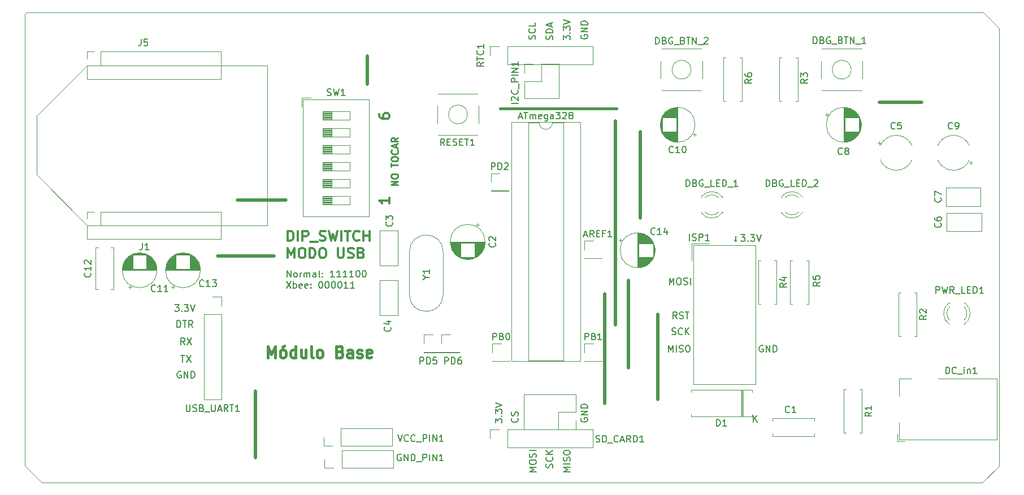
<source format=gbr>
G04 #@! TF.GenerationSoftware,KiCad,Pcbnew,(5.1.5)-3*
G04 #@! TF.CreationDate,2022-01-18T21:17:19-03:00*
G04 #@! TF.ProjectId,Base,42617365-2e6b-4696-9361-645f70636258,rev?*
G04 #@! TF.SameCoordinates,Original*
G04 #@! TF.FileFunction,Legend,Top*
G04 #@! TF.FilePolarity,Positive*
%FSLAX46Y46*%
G04 Gerber Fmt 4.6, Leading zero omitted, Abs format (unit mm)*
G04 Created by KiCad (PCBNEW (5.1.5)-3) date 2022-01-18 21:17:19*
%MOMM*%
%LPD*%
G04 APERTURE LIST*
%ADD10C,0.120000*%
%ADD11C,0.425000*%
%ADD12C,0.250000*%
%ADD13C,0.150000*%
%ADD14C,0.300000*%
%ADD15C,0.500000*%
%ADD16C,0.400000*%
G04 APERTURE END LIST*
D10*
X243950000Y-100750000D02*
X243950000Y-35200000D01*
X241400000Y-103250000D02*
X243950000Y-100750000D01*
X100500000Y-103250000D02*
X241400000Y-103250000D01*
X97950000Y-100700000D02*
X100500000Y-103250000D01*
X97950000Y-33050000D02*
X97950000Y-100700000D01*
X98250000Y-32750000D02*
X97950000Y-33050000D01*
X98350000Y-32750000D02*
X98250000Y-32750000D01*
X241550000Y-32750000D02*
X98350000Y-32750000D01*
X243900000Y-35150000D02*
X241550000Y-32750000D01*
D11*
X134328571Y-84469047D02*
X134328571Y-82769047D01*
X134895238Y-83983333D01*
X135461904Y-82769047D01*
X135461904Y-84469047D01*
X136514285Y-84469047D02*
X136352380Y-84388095D01*
X136271428Y-84307142D01*
X136190476Y-84145238D01*
X136190476Y-83659523D01*
X136271428Y-83497619D01*
X136352380Y-83416666D01*
X136514285Y-83335714D01*
X136757142Y-83335714D01*
X136919047Y-83416666D01*
X137000000Y-83497619D01*
X137080952Y-83659523D01*
X137080952Y-84145238D01*
X137000000Y-84307142D01*
X136919047Y-84388095D01*
X136757142Y-84469047D01*
X136514285Y-84469047D01*
X136838095Y-82688095D02*
X136595238Y-82930952D01*
X138538095Y-84469047D02*
X138538095Y-82769047D01*
X138538095Y-84388095D02*
X138376190Y-84469047D01*
X138052380Y-84469047D01*
X137890476Y-84388095D01*
X137809523Y-84307142D01*
X137728571Y-84145238D01*
X137728571Y-83659523D01*
X137809523Y-83497619D01*
X137890476Y-83416666D01*
X138052380Y-83335714D01*
X138376190Y-83335714D01*
X138538095Y-83416666D01*
X140076190Y-83335714D02*
X140076190Y-84469047D01*
X139347619Y-83335714D02*
X139347619Y-84226190D01*
X139428571Y-84388095D01*
X139590476Y-84469047D01*
X139833333Y-84469047D01*
X139995238Y-84388095D01*
X140076190Y-84307142D01*
X141128571Y-84469047D02*
X140966666Y-84388095D01*
X140885714Y-84226190D01*
X140885714Y-82769047D01*
X142019047Y-84469047D02*
X141857142Y-84388095D01*
X141776190Y-84307142D01*
X141695238Y-84145238D01*
X141695238Y-83659523D01*
X141776190Y-83497619D01*
X141857142Y-83416666D01*
X142019047Y-83335714D01*
X142261904Y-83335714D01*
X142423809Y-83416666D01*
X142504761Y-83497619D01*
X142585714Y-83659523D01*
X142585714Y-84145238D01*
X142504761Y-84307142D01*
X142423809Y-84388095D01*
X142261904Y-84469047D01*
X142019047Y-84469047D01*
X145176190Y-83578571D02*
X145419047Y-83659523D01*
X145500000Y-83740476D01*
X145580952Y-83902380D01*
X145580952Y-84145238D01*
X145500000Y-84307142D01*
X145419047Y-84388095D01*
X145257142Y-84469047D01*
X144609523Y-84469047D01*
X144609523Y-82769047D01*
X145176190Y-82769047D01*
X145338095Y-82850000D01*
X145419047Y-82930952D01*
X145500000Y-83092857D01*
X145500000Y-83254761D01*
X145419047Y-83416666D01*
X145338095Y-83497619D01*
X145176190Y-83578571D01*
X144609523Y-83578571D01*
X147038095Y-84469047D02*
X147038095Y-83578571D01*
X146957142Y-83416666D01*
X146795238Y-83335714D01*
X146471428Y-83335714D01*
X146309523Y-83416666D01*
X147038095Y-84388095D02*
X146876190Y-84469047D01*
X146471428Y-84469047D01*
X146309523Y-84388095D01*
X146228571Y-84226190D01*
X146228571Y-84064285D01*
X146309523Y-83902380D01*
X146471428Y-83821428D01*
X146876190Y-83821428D01*
X147038095Y-83740476D01*
X147766666Y-84388095D02*
X147928571Y-84469047D01*
X148252380Y-84469047D01*
X148414285Y-84388095D01*
X148495238Y-84226190D01*
X148495238Y-84145238D01*
X148414285Y-83983333D01*
X148252380Y-83902380D01*
X148009523Y-83902380D01*
X147847619Y-83821428D01*
X147766666Y-83659523D01*
X147766666Y-83578571D01*
X147847619Y-83416666D01*
X148009523Y-83335714D01*
X148252380Y-83335714D01*
X148414285Y-83416666D01*
X149871428Y-84388095D02*
X149709523Y-84469047D01*
X149385714Y-84469047D01*
X149223809Y-84388095D01*
X149142857Y-84226190D01*
X149142857Y-83578571D01*
X149223809Y-83416666D01*
X149385714Y-83335714D01*
X149709523Y-83335714D01*
X149871428Y-83416666D01*
X149952380Y-83578571D01*
X149952380Y-83740476D01*
X149142857Y-83902380D01*
D12*
X153852380Y-58623809D02*
X152852380Y-58623809D01*
X153852380Y-58052380D01*
X152852380Y-58052380D01*
X152852380Y-57385714D02*
X152852380Y-57195238D01*
X152900000Y-57100000D01*
X152995238Y-57004761D01*
X153185714Y-56957142D01*
X153519047Y-56957142D01*
X153709523Y-57004761D01*
X153804761Y-57100000D01*
X153852380Y-57195238D01*
X153852380Y-57385714D01*
X153804761Y-57480952D01*
X153709523Y-57576190D01*
X153519047Y-57623809D01*
X153185714Y-57623809D01*
X152995238Y-57576190D01*
X152900000Y-57480952D01*
X152852380Y-57385714D01*
X152852380Y-55909523D02*
X152852380Y-55338095D01*
X153852380Y-55623809D02*
X152852380Y-55623809D01*
X152852380Y-54814285D02*
X152852380Y-54623809D01*
X152900000Y-54528571D01*
X152995238Y-54433333D01*
X153185714Y-54385714D01*
X153519047Y-54385714D01*
X153709523Y-54433333D01*
X153804761Y-54528571D01*
X153852380Y-54623809D01*
X153852380Y-54814285D01*
X153804761Y-54909523D01*
X153709523Y-55004761D01*
X153519047Y-55052380D01*
X153185714Y-55052380D01*
X152995238Y-55004761D01*
X152900000Y-54909523D01*
X152852380Y-54814285D01*
X153757142Y-53385714D02*
X153804761Y-53433333D01*
X153852380Y-53576190D01*
X153852380Y-53671428D01*
X153804761Y-53814285D01*
X153709523Y-53909523D01*
X153614285Y-53957142D01*
X153423809Y-54004761D01*
X153280952Y-54004761D01*
X153090476Y-53957142D01*
X152995238Y-53909523D01*
X152900000Y-53814285D01*
X152852380Y-53671428D01*
X152852380Y-53576190D01*
X152900000Y-53433333D01*
X152947619Y-53385714D01*
X153566666Y-53004761D02*
X153566666Y-52528571D01*
X153852380Y-53100000D02*
X152852380Y-52766666D01*
X153852380Y-52433333D01*
X153852380Y-51528571D02*
X153376190Y-51861904D01*
X153852380Y-52100000D02*
X152852380Y-52100000D01*
X152852380Y-51719047D01*
X152900000Y-51623809D01*
X152947619Y-51576190D01*
X153042857Y-51528571D01*
X153185714Y-51528571D01*
X153280952Y-51576190D01*
X153328571Y-51623809D01*
X153376190Y-51719047D01*
X153376190Y-52100000D01*
D13*
X137235595Y-72427380D02*
X137235595Y-71427380D01*
X137807023Y-72427380D01*
X137807023Y-71427380D01*
X138426071Y-72427380D02*
X138330833Y-72379761D01*
X138283214Y-72332142D01*
X138235595Y-72236904D01*
X138235595Y-71951190D01*
X138283214Y-71855952D01*
X138330833Y-71808333D01*
X138426071Y-71760714D01*
X138568928Y-71760714D01*
X138664166Y-71808333D01*
X138711785Y-71855952D01*
X138759404Y-71951190D01*
X138759404Y-72236904D01*
X138711785Y-72332142D01*
X138664166Y-72379761D01*
X138568928Y-72427380D01*
X138426071Y-72427380D01*
X139187976Y-72427380D02*
X139187976Y-71760714D01*
X139187976Y-71951190D02*
X139235595Y-71855952D01*
X139283214Y-71808333D01*
X139378452Y-71760714D01*
X139473690Y-71760714D01*
X139807023Y-72427380D02*
X139807023Y-71760714D01*
X139807023Y-71855952D02*
X139854642Y-71808333D01*
X139949880Y-71760714D01*
X140092738Y-71760714D01*
X140187976Y-71808333D01*
X140235595Y-71903571D01*
X140235595Y-72427380D01*
X140235595Y-71903571D02*
X140283214Y-71808333D01*
X140378452Y-71760714D01*
X140521309Y-71760714D01*
X140616547Y-71808333D01*
X140664166Y-71903571D01*
X140664166Y-72427380D01*
X141568928Y-72427380D02*
X141568928Y-71903571D01*
X141521309Y-71808333D01*
X141426071Y-71760714D01*
X141235595Y-71760714D01*
X141140357Y-71808333D01*
X141568928Y-72379761D02*
X141473690Y-72427380D01*
X141235595Y-72427380D01*
X141140357Y-72379761D01*
X141092738Y-72284523D01*
X141092738Y-72189285D01*
X141140357Y-72094047D01*
X141235595Y-72046428D01*
X141473690Y-72046428D01*
X141568928Y-71998809D01*
X142187976Y-72427380D02*
X142092738Y-72379761D01*
X142045119Y-72284523D01*
X142045119Y-71427380D01*
X142568928Y-72332142D02*
X142616547Y-72379761D01*
X142568928Y-72427380D01*
X142521309Y-72379761D01*
X142568928Y-72332142D01*
X142568928Y-72427380D01*
X142568928Y-71808333D02*
X142616547Y-71855952D01*
X142568928Y-71903571D01*
X142521309Y-71855952D01*
X142568928Y-71808333D01*
X142568928Y-71903571D01*
X144330833Y-72427380D02*
X143759404Y-72427380D01*
X144045119Y-72427380D02*
X144045119Y-71427380D01*
X143949880Y-71570238D01*
X143854642Y-71665476D01*
X143759404Y-71713095D01*
X145283214Y-72427380D02*
X144711785Y-72427380D01*
X144997500Y-72427380D02*
X144997500Y-71427380D01*
X144902261Y-71570238D01*
X144807023Y-71665476D01*
X144711785Y-71713095D01*
X146235595Y-72427380D02*
X145664166Y-72427380D01*
X145949880Y-72427380D02*
X145949880Y-71427380D01*
X145854642Y-71570238D01*
X145759404Y-71665476D01*
X145664166Y-71713095D01*
X147187976Y-72427380D02*
X146616547Y-72427380D01*
X146902261Y-72427380D02*
X146902261Y-71427380D01*
X146807023Y-71570238D01*
X146711785Y-71665476D01*
X146616547Y-71713095D01*
X147807023Y-71427380D02*
X147902261Y-71427380D01*
X147997500Y-71475000D01*
X148045119Y-71522619D01*
X148092738Y-71617857D01*
X148140357Y-71808333D01*
X148140357Y-72046428D01*
X148092738Y-72236904D01*
X148045119Y-72332142D01*
X147997500Y-72379761D01*
X147902261Y-72427380D01*
X147807023Y-72427380D01*
X147711785Y-72379761D01*
X147664166Y-72332142D01*
X147616547Y-72236904D01*
X147568928Y-72046428D01*
X147568928Y-71808333D01*
X147616547Y-71617857D01*
X147664166Y-71522619D01*
X147711785Y-71475000D01*
X147807023Y-71427380D01*
X148759404Y-71427380D02*
X148854642Y-71427380D01*
X148949880Y-71475000D01*
X148997500Y-71522619D01*
X149045119Y-71617857D01*
X149092738Y-71808333D01*
X149092738Y-72046428D01*
X149045119Y-72236904D01*
X148997500Y-72332142D01*
X148949880Y-72379761D01*
X148854642Y-72427380D01*
X148759404Y-72427380D01*
X148664166Y-72379761D01*
X148616547Y-72332142D01*
X148568928Y-72236904D01*
X148521309Y-72046428D01*
X148521309Y-71808333D01*
X148568928Y-71617857D01*
X148616547Y-71522619D01*
X148664166Y-71475000D01*
X148759404Y-71427380D01*
X137140357Y-73077380D02*
X137807023Y-74077380D01*
X137807023Y-73077380D02*
X137140357Y-74077380D01*
X138187976Y-74077380D02*
X138187976Y-73077380D01*
X138187976Y-73458333D02*
X138283214Y-73410714D01*
X138473690Y-73410714D01*
X138568928Y-73458333D01*
X138616547Y-73505952D01*
X138664166Y-73601190D01*
X138664166Y-73886904D01*
X138616547Y-73982142D01*
X138568928Y-74029761D01*
X138473690Y-74077380D01*
X138283214Y-74077380D01*
X138187976Y-74029761D01*
X139473690Y-74029761D02*
X139378452Y-74077380D01*
X139187976Y-74077380D01*
X139092738Y-74029761D01*
X139045119Y-73934523D01*
X139045119Y-73553571D01*
X139092738Y-73458333D01*
X139187976Y-73410714D01*
X139378452Y-73410714D01*
X139473690Y-73458333D01*
X139521309Y-73553571D01*
X139521309Y-73648809D01*
X139045119Y-73744047D01*
X140330833Y-74029761D02*
X140235595Y-74077380D01*
X140045119Y-74077380D01*
X139949880Y-74029761D01*
X139902261Y-73934523D01*
X139902261Y-73553571D01*
X139949880Y-73458333D01*
X140045119Y-73410714D01*
X140235595Y-73410714D01*
X140330833Y-73458333D01*
X140378452Y-73553571D01*
X140378452Y-73648809D01*
X139902261Y-73744047D01*
X140807023Y-73982142D02*
X140854642Y-74029761D01*
X140807023Y-74077380D01*
X140759404Y-74029761D01*
X140807023Y-73982142D01*
X140807023Y-74077380D01*
X140807023Y-73458333D02*
X140854642Y-73505952D01*
X140807023Y-73553571D01*
X140759404Y-73505952D01*
X140807023Y-73458333D01*
X140807023Y-73553571D01*
X142235595Y-73077380D02*
X142330833Y-73077380D01*
X142426071Y-73125000D01*
X142473690Y-73172619D01*
X142521309Y-73267857D01*
X142568928Y-73458333D01*
X142568928Y-73696428D01*
X142521309Y-73886904D01*
X142473690Y-73982142D01*
X142426071Y-74029761D01*
X142330833Y-74077380D01*
X142235595Y-74077380D01*
X142140357Y-74029761D01*
X142092738Y-73982142D01*
X142045119Y-73886904D01*
X141997500Y-73696428D01*
X141997500Y-73458333D01*
X142045119Y-73267857D01*
X142092738Y-73172619D01*
X142140357Y-73125000D01*
X142235595Y-73077380D01*
X143187976Y-73077380D02*
X143283214Y-73077380D01*
X143378452Y-73125000D01*
X143426071Y-73172619D01*
X143473690Y-73267857D01*
X143521309Y-73458333D01*
X143521309Y-73696428D01*
X143473690Y-73886904D01*
X143426071Y-73982142D01*
X143378452Y-74029761D01*
X143283214Y-74077380D01*
X143187976Y-74077380D01*
X143092738Y-74029761D01*
X143045119Y-73982142D01*
X142997500Y-73886904D01*
X142949880Y-73696428D01*
X142949880Y-73458333D01*
X142997500Y-73267857D01*
X143045119Y-73172619D01*
X143092738Y-73125000D01*
X143187976Y-73077380D01*
X144140357Y-73077380D02*
X144235595Y-73077380D01*
X144330833Y-73125000D01*
X144378452Y-73172619D01*
X144426071Y-73267857D01*
X144473690Y-73458333D01*
X144473690Y-73696428D01*
X144426071Y-73886904D01*
X144378452Y-73982142D01*
X144330833Y-74029761D01*
X144235595Y-74077380D01*
X144140357Y-74077380D01*
X144045119Y-74029761D01*
X143997500Y-73982142D01*
X143949880Y-73886904D01*
X143902261Y-73696428D01*
X143902261Y-73458333D01*
X143949880Y-73267857D01*
X143997500Y-73172619D01*
X144045119Y-73125000D01*
X144140357Y-73077380D01*
X145092738Y-73077380D02*
X145187976Y-73077380D01*
X145283214Y-73125000D01*
X145330833Y-73172619D01*
X145378452Y-73267857D01*
X145426071Y-73458333D01*
X145426071Y-73696428D01*
X145378452Y-73886904D01*
X145330833Y-73982142D01*
X145283214Y-74029761D01*
X145187976Y-74077380D01*
X145092738Y-74077380D01*
X144997500Y-74029761D01*
X144949880Y-73982142D01*
X144902261Y-73886904D01*
X144854642Y-73696428D01*
X144854642Y-73458333D01*
X144902261Y-73267857D01*
X144949880Y-73172619D01*
X144997500Y-73125000D01*
X145092738Y-73077380D01*
X146378452Y-74077380D02*
X145807023Y-74077380D01*
X146092738Y-74077380D02*
X146092738Y-73077380D01*
X145997500Y-73220238D01*
X145902261Y-73315476D01*
X145807023Y-73363095D01*
X147330833Y-74077380D02*
X146759404Y-74077380D01*
X147045119Y-74077380D02*
X147045119Y-73077380D01*
X146949880Y-73220238D01*
X146854642Y-73315476D01*
X146759404Y-73363095D01*
D14*
X137352142Y-67003571D02*
X137352142Y-65503571D01*
X137709285Y-65503571D01*
X137923571Y-65575000D01*
X138066428Y-65717857D01*
X138137857Y-65860714D01*
X138209285Y-66146428D01*
X138209285Y-66360714D01*
X138137857Y-66646428D01*
X138066428Y-66789285D01*
X137923571Y-66932142D01*
X137709285Y-67003571D01*
X137352142Y-67003571D01*
X138852142Y-67003571D02*
X138852142Y-65503571D01*
X139566428Y-67003571D02*
X139566428Y-65503571D01*
X140137857Y-65503571D01*
X140280714Y-65575000D01*
X140352142Y-65646428D01*
X140423571Y-65789285D01*
X140423571Y-66003571D01*
X140352142Y-66146428D01*
X140280714Y-66217857D01*
X140137857Y-66289285D01*
X139566428Y-66289285D01*
X140709285Y-67146428D02*
X141852142Y-67146428D01*
X142137857Y-66932142D02*
X142352142Y-67003571D01*
X142709285Y-67003571D01*
X142852142Y-66932142D01*
X142923571Y-66860714D01*
X142995000Y-66717857D01*
X142995000Y-66575000D01*
X142923571Y-66432142D01*
X142852142Y-66360714D01*
X142709285Y-66289285D01*
X142423571Y-66217857D01*
X142280714Y-66146428D01*
X142209285Y-66075000D01*
X142137857Y-65932142D01*
X142137857Y-65789285D01*
X142209285Y-65646428D01*
X142280714Y-65575000D01*
X142423571Y-65503571D01*
X142780714Y-65503571D01*
X142995000Y-65575000D01*
X143495000Y-65503571D02*
X143852142Y-67003571D01*
X144137857Y-65932142D01*
X144423571Y-67003571D01*
X144780714Y-65503571D01*
X145352142Y-67003571D02*
X145352142Y-65503571D01*
X145852142Y-65503571D02*
X146709285Y-65503571D01*
X146280714Y-67003571D02*
X146280714Y-65503571D01*
X148066428Y-66860714D02*
X147995000Y-66932142D01*
X147780714Y-67003571D01*
X147637857Y-67003571D01*
X147423571Y-66932142D01*
X147280714Y-66789285D01*
X147209285Y-66646428D01*
X147137857Y-66360714D01*
X147137857Y-66146428D01*
X147209285Y-65860714D01*
X147280714Y-65717857D01*
X147423571Y-65575000D01*
X147637857Y-65503571D01*
X147780714Y-65503571D01*
X147995000Y-65575000D01*
X148066428Y-65646428D01*
X148709285Y-67003571D02*
X148709285Y-65503571D01*
X148709285Y-66217857D02*
X149566428Y-66217857D01*
X149566428Y-67003571D02*
X149566428Y-65503571D01*
X137352142Y-69553571D02*
X137352142Y-68053571D01*
X137852142Y-69125000D01*
X138352142Y-68053571D01*
X138352142Y-69553571D01*
X139352142Y-68053571D02*
X139637857Y-68053571D01*
X139780714Y-68125000D01*
X139923571Y-68267857D01*
X139995000Y-68553571D01*
X139995000Y-69053571D01*
X139923571Y-69339285D01*
X139780714Y-69482142D01*
X139637857Y-69553571D01*
X139352142Y-69553571D01*
X139209285Y-69482142D01*
X139066428Y-69339285D01*
X138995000Y-69053571D01*
X138995000Y-68553571D01*
X139066428Y-68267857D01*
X139209285Y-68125000D01*
X139352142Y-68053571D01*
X140637857Y-69553571D02*
X140637857Y-68053571D01*
X140995000Y-68053571D01*
X141209285Y-68125000D01*
X141352142Y-68267857D01*
X141423571Y-68410714D01*
X141495000Y-68696428D01*
X141495000Y-68910714D01*
X141423571Y-69196428D01*
X141352142Y-69339285D01*
X141209285Y-69482142D01*
X140995000Y-69553571D01*
X140637857Y-69553571D01*
X142423571Y-68053571D02*
X142709285Y-68053571D01*
X142852142Y-68125000D01*
X142995000Y-68267857D01*
X143066428Y-68553571D01*
X143066428Y-69053571D01*
X142995000Y-69339285D01*
X142852142Y-69482142D01*
X142709285Y-69553571D01*
X142423571Y-69553571D01*
X142280714Y-69482142D01*
X142137857Y-69339285D01*
X142066428Y-69053571D01*
X142066428Y-68553571D01*
X142137857Y-68267857D01*
X142280714Y-68125000D01*
X142423571Y-68053571D01*
X144852142Y-68053571D02*
X144852142Y-69267857D01*
X144923571Y-69410714D01*
X144995000Y-69482142D01*
X145137857Y-69553571D01*
X145423571Y-69553571D01*
X145566428Y-69482142D01*
X145637857Y-69410714D01*
X145709285Y-69267857D01*
X145709285Y-68053571D01*
X146352142Y-69482142D02*
X146566428Y-69553571D01*
X146923571Y-69553571D01*
X147066428Y-69482142D01*
X147137857Y-69410714D01*
X147209285Y-69267857D01*
X147209285Y-69125000D01*
X147137857Y-68982142D01*
X147066428Y-68910714D01*
X146923571Y-68839285D01*
X146637857Y-68767857D01*
X146495000Y-68696428D01*
X146423571Y-68625000D01*
X146352142Y-68482142D01*
X146352142Y-68339285D01*
X146423571Y-68196428D01*
X146495000Y-68125000D01*
X146637857Y-68053571D01*
X146995000Y-68053571D01*
X147209285Y-68125000D01*
X148352142Y-68767857D02*
X148566428Y-68839285D01*
X148637857Y-68910714D01*
X148709285Y-69053571D01*
X148709285Y-69267857D01*
X148637857Y-69410714D01*
X148566428Y-69482142D01*
X148423571Y-69553571D01*
X147852142Y-69553571D01*
X147852142Y-68053571D01*
X148352142Y-68053571D01*
X148495000Y-68125000D01*
X148566428Y-68196428D01*
X148637857Y-68339285D01*
X148637857Y-68482142D01*
X148566428Y-68625000D01*
X148495000Y-68696428D01*
X148352142Y-68767857D01*
X147852142Y-68767857D01*
X151078571Y-48014285D02*
X151078571Y-48300000D01*
X151150000Y-48442857D01*
X151221428Y-48514285D01*
X151435714Y-48657142D01*
X151721428Y-48728571D01*
X152292857Y-48728571D01*
X152435714Y-48657142D01*
X152507142Y-48585714D01*
X152578571Y-48442857D01*
X152578571Y-48157142D01*
X152507142Y-48014285D01*
X152435714Y-47942857D01*
X152292857Y-47871428D01*
X151935714Y-47871428D01*
X151792857Y-47942857D01*
X151721428Y-48014285D01*
X151650000Y-48157142D01*
X151650000Y-48442857D01*
X151721428Y-48585714D01*
X151792857Y-48657142D01*
X151935714Y-48728571D01*
X152578571Y-60571428D02*
X152578571Y-61428571D01*
X152578571Y-61000000D02*
X151078571Y-61000000D01*
X151292857Y-61142857D01*
X151435714Y-61285714D01*
X151507142Y-61428571D01*
D15*
X135300000Y-69300000D02*
X126800000Y-69300000D01*
X232300000Y-46200000D02*
X226000000Y-46200000D01*
X137100000Y-60900000D02*
X129800000Y-60900000D01*
D13*
X195652380Y-78652380D02*
X195319047Y-78176190D01*
X195080952Y-78652380D02*
X195080952Y-77652380D01*
X195461904Y-77652380D01*
X195557142Y-77700000D01*
X195604761Y-77747619D01*
X195652380Y-77842857D01*
X195652380Y-77985714D01*
X195604761Y-78080952D01*
X195557142Y-78128571D01*
X195461904Y-78176190D01*
X195080952Y-78176190D01*
X196033333Y-78604761D02*
X196176190Y-78652380D01*
X196414285Y-78652380D01*
X196509523Y-78604761D01*
X196557142Y-78557142D01*
X196604761Y-78461904D01*
X196604761Y-78366666D01*
X196557142Y-78271428D01*
X196509523Y-78223809D01*
X196414285Y-78176190D01*
X196223809Y-78128571D01*
X196128571Y-78080952D01*
X196080952Y-78033333D01*
X196033333Y-77938095D01*
X196033333Y-77842857D01*
X196080952Y-77747619D01*
X196128571Y-77700000D01*
X196223809Y-77652380D01*
X196461904Y-77652380D01*
X196604761Y-77700000D01*
X196890476Y-77652380D02*
X197461904Y-77652380D01*
X197176190Y-78652380D02*
X197176190Y-77652380D01*
D15*
X132500000Y-99500000D02*
X132500000Y-89500000D01*
X190200000Y-63600000D02*
X190200000Y-50600000D01*
D13*
X204480952Y-66290476D02*
X204480952Y-67052380D01*
X204671428Y-66861904D02*
X204480952Y-67052380D01*
X204290476Y-66861904D01*
X205242857Y-66052380D02*
X205861904Y-66052380D01*
X205528571Y-66433333D01*
X205671428Y-66433333D01*
X205766666Y-66480952D01*
X205814285Y-66528571D01*
X205861904Y-66623809D01*
X205861904Y-66861904D01*
X205814285Y-66957142D01*
X205766666Y-67004761D01*
X205671428Y-67052380D01*
X205385714Y-67052380D01*
X205290476Y-67004761D01*
X205242857Y-66957142D01*
X206290476Y-66957142D02*
X206338095Y-67004761D01*
X206290476Y-67052380D01*
X206242857Y-67004761D01*
X206290476Y-66957142D01*
X206290476Y-67052380D01*
X206671428Y-66052380D02*
X207290476Y-66052380D01*
X206957142Y-66433333D01*
X207100000Y-66433333D01*
X207195238Y-66480952D01*
X207242857Y-66528571D01*
X207290476Y-66623809D01*
X207290476Y-66861904D01*
X207242857Y-66957142D01*
X207195238Y-67004761D01*
X207100000Y-67052380D01*
X206814285Y-67052380D01*
X206719047Y-67004761D01*
X206671428Y-66957142D01*
X207576190Y-66052380D02*
X207909523Y-67052380D01*
X208242857Y-66052380D01*
X208538095Y-82700000D02*
X208442857Y-82652380D01*
X208300000Y-82652380D01*
X208157142Y-82700000D01*
X208061904Y-82795238D01*
X208014285Y-82890476D01*
X207966666Y-83080952D01*
X207966666Y-83223809D01*
X208014285Y-83414285D01*
X208061904Y-83509523D01*
X208157142Y-83604761D01*
X208300000Y-83652380D01*
X208395238Y-83652380D01*
X208538095Y-83604761D01*
X208585714Y-83557142D01*
X208585714Y-83223809D01*
X208395238Y-83223809D01*
X209014285Y-83652380D02*
X209014285Y-82652380D01*
X209585714Y-83652380D01*
X209585714Y-82652380D01*
X210061904Y-83652380D02*
X210061904Y-82652380D01*
X210300000Y-82652380D01*
X210442857Y-82700000D01*
X210538095Y-82795238D01*
X210585714Y-82890476D01*
X210633333Y-83080952D01*
X210633333Y-83223809D01*
X210585714Y-83414285D01*
X210538095Y-83509523D01*
X210442857Y-83604761D01*
X210300000Y-83652380D01*
X210061904Y-83652380D01*
X194914285Y-81004761D02*
X195057142Y-81052380D01*
X195295238Y-81052380D01*
X195390476Y-81004761D01*
X195438095Y-80957142D01*
X195485714Y-80861904D01*
X195485714Y-80766666D01*
X195438095Y-80671428D01*
X195390476Y-80623809D01*
X195295238Y-80576190D01*
X195104761Y-80528571D01*
X195009523Y-80480952D01*
X194961904Y-80433333D01*
X194914285Y-80338095D01*
X194914285Y-80242857D01*
X194961904Y-80147619D01*
X195009523Y-80100000D01*
X195104761Y-80052380D01*
X195342857Y-80052380D01*
X195485714Y-80100000D01*
X196485714Y-80957142D02*
X196438095Y-81004761D01*
X196295238Y-81052380D01*
X196200000Y-81052380D01*
X196057142Y-81004761D01*
X195961904Y-80909523D01*
X195914285Y-80814285D01*
X195866666Y-80623809D01*
X195866666Y-80480952D01*
X195914285Y-80290476D01*
X195961904Y-80195238D01*
X196057142Y-80100000D01*
X196200000Y-80052380D01*
X196295238Y-80052380D01*
X196438095Y-80100000D01*
X196485714Y-80147619D01*
X196914285Y-81052380D02*
X196914285Y-80052380D01*
X197485714Y-81052380D02*
X197057142Y-80480952D01*
X197485714Y-80052380D02*
X196914285Y-80623809D01*
X194528571Y-73552380D02*
X194528571Y-72552380D01*
X194861904Y-73266666D01*
X195195238Y-72552380D01*
X195195238Y-73552380D01*
X195861904Y-72552380D02*
X196052380Y-72552380D01*
X196147619Y-72600000D01*
X196242857Y-72695238D01*
X196290476Y-72885714D01*
X196290476Y-73219047D01*
X196242857Y-73409523D01*
X196147619Y-73504761D01*
X196052380Y-73552380D01*
X195861904Y-73552380D01*
X195766666Y-73504761D01*
X195671428Y-73409523D01*
X195623809Y-73219047D01*
X195623809Y-72885714D01*
X195671428Y-72695238D01*
X195766666Y-72600000D01*
X195861904Y-72552380D01*
X196671428Y-73504761D02*
X196814285Y-73552380D01*
X197052380Y-73552380D01*
X197147619Y-73504761D01*
X197195238Y-73457142D01*
X197242857Y-73361904D01*
X197242857Y-73266666D01*
X197195238Y-73171428D01*
X197147619Y-73123809D01*
X197052380Y-73076190D01*
X196861904Y-73028571D01*
X196766666Y-72980952D01*
X196719047Y-72933333D01*
X196671428Y-72838095D01*
X196671428Y-72742857D01*
X196719047Y-72647619D01*
X196766666Y-72600000D01*
X196861904Y-72552380D01*
X197100000Y-72552380D01*
X197242857Y-72600000D01*
X197671428Y-73552380D02*
X197671428Y-72552380D01*
X194428571Y-83652380D02*
X194428571Y-82652380D01*
X194761904Y-83366666D01*
X195095238Y-82652380D01*
X195095238Y-83652380D01*
X195571428Y-83652380D02*
X195571428Y-82652380D01*
X196000000Y-83604761D02*
X196142857Y-83652380D01*
X196380952Y-83652380D01*
X196476190Y-83604761D01*
X196523809Y-83557142D01*
X196571428Y-83461904D01*
X196571428Y-83366666D01*
X196523809Y-83271428D01*
X196476190Y-83223809D01*
X196380952Y-83176190D01*
X196190476Y-83128571D01*
X196095238Y-83080952D01*
X196047619Y-83033333D01*
X196000000Y-82938095D01*
X196000000Y-82842857D01*
X196047619Y-82747619D01*
X196095238Y-82700000D01*
X196190476Y-82652380D01*
X196428571Y-82652380D01*
X196571428Y-82700000D01*
X197190476Y-82652380D02*
X197380952Y-82652380D01*
X197476190Y-82700000D01*
X197571428Y-82795238D01*
X197619047Y-82985714D01*
X197619047Y-83319047D01*
X197571428Y-83509523D01*
X197476190Y-83604761D01*
X197380952Y-83652380D01*
X197190476Y-83652380D01*
X197095238Y-83604761D01*
X197000000Y-83509523D01*
X196952380Y-83319047D01*
X196952380Y-82985714D01*
X197000000Y-82795238D01*
X197095238Y-82700000D01*
X197190476Y-82652380D01*
D15*
X192800000Y-90800000D02*
X192800000Y-78000000D01*
D13*
X120423809Y-76552380D02*
X121042857Y-76552380D01*
X120709523Y-76933333D01*
X120852380Y-76933333D01*
X120947619Y-76980952D01*
X120995238Y-77028571D01*
X121042857Y-77123809D01*
X121042857Y-77361904D01*
X120995238Y-77457142D01*
X120947619Y-77504761D01*
X120852380Y-77552380D01*
X120566666Y-77552380D01*
X120471428Y-77504761D01*
X120423809Y-77457142D01*
X121471428Y-77457142D02*
X121519047Y-77504761D01*
X121471428Y-77552380D01*
X121423809Y-77504761D01*
X121471428Y-77457142D01*
X121471428Y-77552380D01*
X121852380Y-76552380D02*
X122471428Y-76552380D01*
X122138095Y-76933333D01*
X122280952Y-76933333D01*
X122376190Y-76980952D01*
X122423809Y-77028571D01*
X122471428Y-77123809D01*
X122471428Y-77361904D01*
X122423809Y-77457142D01*
X122376190Y-77504761D01*
X122280952Y-77552380D01*
X121995238Y-77552380D01*
X121900000Y-77504761D01*
X121852380Y-77457142D01*
X122757142Y-76552380D02*
X123090476Y-77552380D01*
X123423809Y-76552380D01*
X121338095Y-84152380D02*
X121909523Y-84152380D01*
X121623809Y-85152380D02*
X121623809Y-84152380D01*
X122147619Y-84152380D02*
X122814285Y-85152380D01*
X122814285Y-84152380D02*
X122147619Y-85152380D01*
X120757142Y-79952380D02*
X120757142Y-78952380D01*
X120995238Y-78952380D01*
X121138095Y-79000000D01*
X121233333Y-79095238D01*
X121280952Y-79190476D01*
X121328571Y-79380952D01*
X121328571Y-79523809D01*
X121280952Y-79714285D01*
X121233333Y-79809523D01*
X121138095Y-79904761D01*
X120995238Y-79952380D01*
X120757142Y-79952380D01*
X121614285Y-78952380D02*
X122185714Y-78952380D01*
X121900000Y-79952380D02*
X121900000Y-78952380D01*
X123090476Y-79952380D02*
X122757142Y-79476190D01*
X122519047Y-79952380D02*
X122519047Y-78952380D01*
X122900000Y-78952380D01*
X122995238Y-79000000D01*
X123042857Y-79047619D01*
X123090476Y-79142857D01*
X123090476Y-79285714D01*
X123042857Y-79380952D01*
X122995238Y-79428571D01*
X122900000Y-79476190D01*
X122519047Y-79476190D01*
X121933333Y-82552380D02*
X121600000Y-82076190D01*
X121361904Y-82552380D02*
X121361904Y-81552380D01*
X121742857Y-81552380D01*
X121838095Y-81600000D01*
X121885714Y-81647619D01*
X121933333Y-81742857D01*
X121933333Y-81885714D01*
X121885714Y-81980952D01*
X121838095Y-82028571D01*
X121742857Y-82076190D01*
X121361904Y-82076190D01*
X122266666Y-81552380D02*
X122933333Y-82552380D01*
X122933333Y-81552380D02*
X122266666Y-82552380D01*
X121338095Y-86600000D02*
X121242857Y-86552380D01*
X121100000Y-86552380D01*
X120957142Y-86600000D01*
X120861904Y-86695238D01*
X120814285Y-86790476D01*
X120766666Y-86980952D01*
X120766666Y-87123809D01*
X120814285Y-87314285D01*
X120861904Y-87409523D01*
X120957142Y-87504761D01*
X121100000Y-87552380D01*
X121195238Y-87552380D01*
X121338095Y-87504761D01*
X121385714Y-87457142D01*
X121385714Y-87123809D01*
X121195238Y-87123809D01*
X121814285Y-87552380D02*
X121814285Y-86552380D01*
X122385714Y-87552380D01*
X122385714Y-86552380D01*
X122861904Y-87552380D02*
X122861904Y-86552380D01*
X123100000Y-86552380D01*
X123242857Y-86600000D01*
X123338095Y-86695238D01*
X123385714Y-86790476D01*
X123433333Y-86980952D01*
X123433333Y-87123809D01*
X123385714Y-87314285D01*
X123338095Y-87409523D01*
X123242857Y-87504761D01*
X123100000Y-87552380D01*
X122861904Y-87552380D01*
X171757142Y-93566666D02*
X171804761Y-93614285D01*
X171852380Y-93757142D01*
X171852380Y-93852380D01*
X171804761Y-93995238D01*
X171709523Y-94090476D01*
X171614285Y-94138095D01*
X171423809Y-94185714D01*
X171280952Y-94185714D01*
X171090476Y-94138095D01*
X170995238Y-94090476D01*
X170900000Y-93995238D01*
X170852380Y-93852380D01*
X170852380Y-93757142D01*
X170900000Y-93614285D01*
X170947619Y-93566666D01*
X171804761Y-93185714D02*
X171852380Y-93042857D01*
X171852380Y-92804761D01*
X171804761Y-92709523D01*
X171757142Y-92661904D01*
X171661904Y-92614285D01*
X171566666Y-92614285D01*
X171471428Y-92661904D01*
X171423809Y-92709523D01*
X171376190Y-92804761D01*
X171328571Y-92995238D01*
X171280952Y-93090476D01*
X171233333Y-93138095D01*
X171138095Y-93185714D01*
X171042857Y-93185714D01*
X170947619Y-93138095D01*
X170900000Y-93090476D01*
X170852380Y-92995238D01*
X170852380Y-92757142D01*
X170900000Y-92614285D01*
X174552380Y-101571428D02*
X173552380Y-101571428D01*
X174266666Y-101238095D01*
X173552380Y-100904761D01*
X174552380Y-100904761D01*
X173552380Y-100238095D02*
X173552380Y-100047619D01*
X173600000Y-99952380D01*
X173695238Y-99857142D01*
X173885714Y-99809523D01*
X174219047Y-99809523D01*
X174409523Y-99857142D01*
X174504761Y-99952380D01*
X174552380Y-100047619D01*
X174552380Y-100238095D01*
X174504761Y-100333333D01*
X174409523Y-100428571D01*
X174219047Y-100476190D01*
X173885714Y-100476190D01*
X173695238Y-100428571D01*
X173600000Y-100333333D01*
X173552380Y-100238095D01*
X174504761Y-99428571D02*
X174552380Y-99285714D01*
X174552380Y-99047619D01*
X174504761Y-98952380D01*
X174457142Y-98904761D01*
X174361904Y-98857142D01*
X174266666Y-98857142D01*
X174171428Y-98904761D01*
X174123809Y-98952380D01*
X174076190Y-99047619D01*
X174028571Y-99238095D01*
X173980952Y-99333333D01*
X173933333Y-99380952D01*
X173838095Y-99428571D01*
X173742857Y-99428571D01*
X173647619Y-99380952D01*
X173600000Y-99333333D01*
X173552380Y-99238095D01*
X173552380Y-99000000D01*
X173600000Y-98857142D01*
X174552380Y-98428571D02*
X173552380Y-98428571D01*
X177004761Y-100985714D02*
X177052380Y-100842857D01*
X177052380Y-100604761D01*
X177004761Y-100509523D01*
X176957142Y-100461904D01*
X176861904Y-100414285D01*
X176766666Y-100414285D01*
X176671428Y-100461904D01*
X176623809Y-100509523D01*
X176576190Y-100604761D01*
X176528571Y-100795238D01*
X176480952Y-100890476D01*
X176433333Y-100938095D01*
X176338095Y-100985714D01*
X176242857Y-100985714D01*
X176147619Y-100938095D01*
X176100000Y-100890476D01*
X176052380Y-100795238D01*
X176052380Y-100557142D01*
X176100000Y-100414285D01*
X176957142Y-99414285D02*
X177004761Y-99461904D01*
X177052380Y-99604761D01*
X177052380Y-99700000D01*
X177004761Y-99842857D01*
X176909523Y-99938095D01*
X176814285Y-99985714D01*
X176623809Y-100033333D01*
X176480952Y-100033333D01*
X176290476Y-99985714D01*
X176195238Y-99938095D01*
X176100000Y-99842857D01*
X176052380Y-99700000D01*
X176052380Y-99604761D01*
X176100000Y-99461904D01*
X176147619Y-99414285D01*
X177052380Y-98985714D02*
X176052380Y-98985714D01*
X177052380Y-98414285D02*
X176480952Y-98842857D01*
X176052380Y-98414285D02*
X176623809Y-98985714D01*
X179652380Y-101571428D02*
X178652380Y-101571428D01*
X179366666Y-101238095D01*
X178652380Y-100904761D01*
X179652380Y-100904761D01*
X179652380Y-100428571D02*
X178652380Y-100428571D01*
X179604761Y-100000000D02*
X179652380Y-99857142D01*
X179652380Y-99619047D01*
X179604761Y-99523809D01*
X179557142Y-99476190D01*
X179461904Y-99428571D01*
X179366666Y-99428571D01*
X179271428Y-99476190D01*
X179223809Y-99523809D01*
X179176190Y-99619047D01*
X179128571Y-99809523D01*
X179080952Y-99904761D01*
X179033333Y-99952380D01*
X178938095Y-100000000D01*
X178842857Y-100000000D01*
X178747619Y-99952380D01*
X178700000Y-99904761D01*
X178652380Y-99809523D01*
X178652380Y-99571428D01*
X178700000Y-99428571D01*
X178652380Y-98809523D02*
X178652380Y-98619047D01*
X178700000Y-98523809D01*
X178795238Y-98428571D01*
X178985714Y-98380952D01*
X179319047Y-98380952D01*
X179509523Y-98428571D01*
X179604761Y-98523809D01*
X179652380Y-98619047D01*
X179652380Y-98809523D01*
X179604761Y-98904761D01*
X179509523Y-99000000D01*
X179319047Y-99047619D01*
X178985714Y-99047619D01*
X178795238Y-99000000D01*
X178700000Y-98904761D01*
X178652380Y-98809523D01*
X168452380Y-94276190D02*
X168452380Y-93657142D01*
X168833333Y-93990476D01*
X168833333Y-93847619D01*
X168880952Y-93752380D01*
X168928571Y-93704761D01*
X169023809Y-93657142D01*
X169261904Y-93657142D01*
X169357142Y-93704761D01*
X169404761Y-93752380D01*
X169452380Y-93847619D01*
X169452380Y-94133333D01*
X169404761Y-94228571D01*
X169357142Y-94276190D01*
X169357142Y-93228571D02*
X169404761Y-93180952D01*
X169452380Y-93228571D01*
X169404761Y-93276190D01*
X169357142Y-93228571D01*
X169452380Y-93228571D01*
X168452380Y-92847619D02*
X168452380Y-92228571D01*
X168833333Y-92561904D01*
X168833333Y-92419047D01*
X168880952Y-92323809D01*
X168928571Y-92276190D01*
X169023809Y-92228571D01*
X169261904Y-92228571D01*
X169357142Y-92276190D01*
X169404761Y-92323809D01*
X169452380Y-92419047D01*
X169452380Y-92704761D01*
X169404761Y-92800000D01*
X169357142Y-92847619D01*
X168452380Y-91942857D02*
X169452380Y-91609523D01*
X168452380Y-91276190D01*
X181300000Y-93561904D02*
X181252380Y-93657142D01*
X181252380Y-93800000D01*
X181300000Y-93942857D01*
X181395238Y-94038095D01*
X181490476Y-94085714D01*
X181680952Y-94133333D01*
X181823809Y-94133333D01*
X182014285Y-94085714D01*
X182109523Y-94038095D01*
X182204761Y-93942857D01*
X182252380Y-93800000D01*
X182252380Y-93704761D01*
X182204761Y-93561904D01*
X182157142Y-93514285D01*
X181823809Y-93514285D01*
X181823809Y-93704761D01*
X182252380Y-93085714D02*
X181252380Y-93085714D01*
X182252380Y-92514285D01*
X181252380Y-92514285D01*
X182252380Y-92038095D02*
X181252380Y-92038095D01*
X181252380Y-91800000D01*
X181300000Y-91657142D01*
X181395238Y-91561904D01*
X181490476Y-91514285D01*
X181680952Y-91466666D01*
X181823809Y-91466666D01*
X182014285Y-91514285D01*
X182109523Y-91561904D01*
X182204761Y-91657142D01*
X182252380Y-91800000D01*
X182252380Y-92038095D01*
X174404761Y-36790476D02*
X174452380Y-36647619D01*
X174452380Y-36409523D01*
X174404761Y-36314285D01*
X174357142Y-36266666D01*
X174261904Y-36219047D01*
X174166666Y-36219047D01*
X174071428Y-36266666D01*
X174023809Y-36314285D01*
X173976190Y-36409523D01*
X173928571Y-36600000D01*
X173880952Y-36695238D01*
X173833333Y-36742857D01*
X173738095Y-36790476D01*
X173642857Y-36790476D01*
X173547619Y-36742857D01*
X173500000Y-36695238D01*
X173452380Y-36600000D01*
X173452380Y-36361904D01*
X173500000Y-36219047D01*
X174357142Y-35219047D02*
X174404761Y-35266666D01*
X174452380Y-35409523D01*
X174452380Y-35504761D01*
X174404761Y-35647619D01*
X174309523Y-35742857D01*
X174214285Y-35790476D01*
X174023809Y-35838095D01*
X173880952Y-35838095D01*
X173690476Y-35790476D01*
X173595238Y-35742857D01*
X173500000Y-35647619D01*
X173452380Y-35504761D01*
X173452380Y-35409523D01*
X173500000Y-35266666D01*
X173547619Y-35219047D01*
X174452380Y-34314285D02*
X174452380Y-34790476D01*
X173452380Y-34790476D01*
X177004761Y-36814285D02*
X177052380Y-36671428D01*
X177052380Y-36433333D01*
X177004761Y-36338095D01*
X176957142Y-36290476D01*
X176861904Y-36242857D01*
X176766666Y-36242857D01*
X176671428Y-36290476D01*
X176623809Y-36338095D01*
X176576190Y-36433333D01*
X176528571Y-36623809D01*
X176480952Y-36719047D01*
X176433333Y-36766666D01*
X176338095Y-36814285D01*
X176242857Y-36814285D01*
X176147619Y-36766666D01*
X176100000Y-36719047D01*
X176052380Y-36623809D01*
X176052380Y-36385714D01*
X176100000Y-36242857D01*
X177052380Y-35814285D02*
X176052380Y-35814285D01*
X176052380Y-35576190D01*
X176100000Y-35433333D01*
X176195238Y-35338095D01*
X176290476Y-35290476D01*
X176480952Y-35242857D01*
X176623809Y-35242857D01*
X176814285Y-35290476D01*
X176909523Y-35338095D01*
X177004761Y-35433333D01*
X177052380Y-35576190D01*
X177052380Y-35814285D01*
X176766666Y-34861904D02*
X176766666Y-34385714D01*
X177052380Y-34957142D02*
X176052380Y-34623809D01*
X177052380Y-34290476D01*
X178652380Y-36876190D02*
X178652380Y-36257142D01*
X179033333Y-36590476D01*
X179033333Y-36447619D01*
X179080952Y-36352380D01*
X179128571Y-36304761D01*
X179223809Y-36257142D01*
X179461904Y-36257142D01*
X179557142Y-36304761D01*
X179604761Y-36352380D01*
X179652380Y-36447619D01*
X179652380Y-36733333D01*
X179604761Y-36828571D01*
X179557142Y-36876190D01*
X179557142Y-35828571D02*
X179604761Y-35780952D01*
X179652380Y-35828571D01*
X179604761Y-35876190D01*
X179557142Y-35828571D01*
X179652380Y-35828571D01*
X178652380Y-35447619D02*
X178652380Y-34828571D01*
X179033333Y-35161904D01*
X179033333Y-35019047D01*
X179080952Y-34923809D01*
X179128571Y-34876190D01*
X179223809Y-34828571D01*
X179461904Y-34828571D01*
X179557142Y-34876190D01*
X179604761Y-34923809D01*
X179652380Y-35019047D01*
X179652380Y-35304761D01*
X179604761Y-35400000D01*
X179557142Y-35447619D01*
X178652380Y-34542857D02*
X179652380Y-34209523D01*
X178652380Y-33876190D01*
X181300000Y-36161904D02*
X181252380Y-36257142D01*
X181252380Y-36400000D01*
X181300000Y-36542857D01*
X181395238Y-36638095D01*
X181490476Y-36685714D01*
X181680952Y-36733333D01*
X181823809Y-36733333D01*
X182014285Y-36685714D01*
X182109523Y-36638095D01*
X182204761Y-36542857D01*
X182252380Y-36400000D01*
X182252380Y-36304761D01*
X182204761Y-36161904D01*
X182157142Y-36114285D01*
X181823809Y-36114285D01*
X181823809Y-36304761D01*
X182252380Y-35685714D02*
X181252380Y-35685714D01*
X182252380Y-35114285D01*
X181252380Y-35114285D01*
X182252380Y-34638095D02*
X181252380Y-34638095D01*
X181252380Y-34400000D01*
X181300000Y-34257142D01*
X181395238Y-34161904D01*
X181490476Y-34114285D01*
X181680952Y-34066666D01*
X181823809Y-34066666D01*
X182014285Y-34114285D01*
X182109523Y-34161904D01*
X182204761Y-34257142D01*
X182252380Y-34400000D01*
X182252380Y-34638095D01*
D16*
X186600000Y-47200000D02*
X169200000Y-47200000D01*
D15*
X149300000Y-43500000D02*
X149300000Y-39300000D01*
D10*
X99700000Y-57100000D02*
X107240000Y-64700000D01*
X99700000Y-48300000D02*
X107300000Y-40700000D01*
X99700000Y-48300000D02*
X99700000Y-57100000D01*
X107240000Y-40700000D02*
X107240000Y-42760000D01*
X134300000Y-40700000D02*
X107240000Y-40700000D01*
X134300000Y-50500000D02*
X134300000Y-40700000D01*
X134300000Y-64700000D02*
X134300000Y-50500000D01*
X107240000Y-64700000D02*
X134300000Y-64700000D01*
D15*
X184800000Y-74900000D02*
X184800000Y-91400000D01*
X188400000Y-86000000D02*
X188400000Y-72900000D01*
X186400000Y-49000000D02*
X186400000Y-79600000D01*
D10*
X180470000Y-90030000D02*
X180470000Y-92630000D01*
X180470000Y-90030000D02*
X172730000Y-90030000D01*
X172730000Y-90030000D02*
X172730000Y-95230000D01*
X177870000Y-95230000D02*
X172730000Y-95230000D01*
X177870000Y-92630000D02*
X177870000Y-95230000D01*
X180470000Y-92630000D02*
X177870000Y-92630000D01*
X180470000Y-95230000D02*
X179140000Y-95230000D01*
X180470000Y-93900000D02*
X180470000Y-95230000D01*
X153870000Y-65430000D02*
X153870000Y-70670000D01*
X151130000Y-65430000D02*
X151130000Y-70670000D01*
X153870000Y-65430000D02*
X151130000Y-65430000D01*
X153870000Y-70670000D02*
X151130000Y-70670000D01*
X151130000Y-72930000D02*
X153870000Y-72930000D01*
X151130000Y-78170000D02*
X153870000Y-78170000D01*
X153870000Y-78170000D02*
X153870000Y-72930000D01*
X151130000Y-78170000D02*
X151130000Y-72930000D01*
X157770000Y-81070000D02*
X159100000Y-81070000D01*
X157770000Y-82400000D02*
X157770000Y-81070000D01*
X157770000Y-83670000D02*
X160430000Y-83670000D01*
X160430000Y-83670000D02*
X160430000Y-83730000D01*
X157770000Y-83670000D02*
X157770000Y-83730000D01*
X157770000Y-83730000D02*
X160430000Y-83730000D01*
X160625000Y-68640000D02*
X160625000Y-75040000D01*
X155575000Y-68640000D02*
X155575000Y-75040000D01*
X155575000Y-68640000D02*
G75*
G02X160625000Y-68640000I2525000J0D01*
G01*
X155575000Y-75040000D02*
G75*
G03X160625000Y-75040000I2525000J0D01*
G01*
X160370000Y-83730000D02*
X163030000Y-83730000D01*
X160370000Y-83670000D02*
X160370000Y-83730000D01*
X163030000Y-83670000D02*
X163030000Y-83730000D01*
X160370000Y-83670000D02*
X163030000Y-83670000D01*
X160370000Y-82400000D02*
X160370000Y-81070000D01*
X160370000Y-81070000D02*
X161700000Y-81070000D01*
X231240000Y-74740000D02*
X231570000Y-74740000D01*
X231570000Y-74740000D02*
X231570000Y-81280000D01*
X231570000Y-81280000D02*
X231240000Y-81280000D01*
X229160000Y-74740000D02*
X228830000Y-74740000D01*
X228830000Y-74740000D02*
X228830000Y-81280000D01*
X228830000Y-81280000D02*
X229160000Y-81280000D01*
X234704003Y-54860000D02*
G75*
G03X239495997Y-54860000I2395997J1060000D01*
G01*
X234704003Y-52740000D02*
G75*
G02X239495997Y-52740000I2395997J-1060000D01*
G01*
X239904775Y-55275000D02*
X239404775Y-55275000D01*
X239654775Y-55525000D02*
X239654775Y-55025000D01*
X181150000Y-49210000D02*
X170870000Y-49210000D01*
X181150000Y-85010000D02*
X181150000Y-49210000D01*
X170870000Y-85010000D02*
X181150000Y-85010000D01*
X170870000Y-49210000D02*
X170870000Y-85010000D01*
X178660000Y-49270000D02*
X177010000Y-49270000D01*
X178660000Y-84950000D02*
X178660000Y-49270000D01*
X173360000Y-84950000D02*
X178660000Y-84950000D01*
X173360000Y-49270000D02*
X173360000Y-84950000D01*
X175010000Y-49270000D02*
X173360000Y-49270000D01*
X177010000Y-49270000D02*
G75*
G02X175010000Y-49270000I-1000000J0D01*
G01*
X216220000Y-96270000D02*
X209980000Y-96270000D01*
X216220000Y-93530000D02*
X209980000Y-93530000D01*
X216220000Y-96270000D02*
X216220000Y-95825000D01*
X216220000Y-93975000D02*
X216220000Y-93530000D01*
X209980000Y-96270000D02*
X209980000Y-95825000D01*
X209980000Y-93975000D02*
X209980000Y-93530000D01*
X166920000Y-67150000D02*
G75*
G03X166920000Y-67150000I-2620000J0D01*
G01*
X166880000Y-67150000D02*
X161720000Y-67150000D01*
X166880000Y-67190000D02*
X161720000Y-67190000D01*
X166879000Y-67230000D02*
X161721000Y-67230000D01*
X166878000Y-67270000D02*
X161722000Y-67270000D01*
X166876000Y-67310000D02*
X161724000Y-67310000D01*
X166873000Y-67350000D02*
X161727000Y-67350000D01*
X166869000Y-67390000D02*
X165340000Y-67390000D01*
X163260000Y-67390000D02*
X161731000Y-67390000D01*
X166865000Y-67430000D02*
X165340000Y-67430000D01*
X163260000Y-67430000D02*
X161735000Y-67430000D01*
X166861000Y-67470000D02*
X165340000Y-67470000D01*
X163260000Y-67470000D02*
X161739000Y-67470000D01*
X166856000Y-67510000D02*
X165340000Y-67510000D01*
X163260000Y-67510000D02*
X161744000Y-67510000D01*
X166850000Y-67550000D02*
X165340000Y-67550000D01*
X163260000Y-67550000D02*
X161750000Y-67550000D01*
X166843000Y-67590000D02*
X165340000Y-67590000D01*
X163260000Y-67590000D02*
X161757000Y-67590000D01*
X166836000Y-67630000D02*
X165340000Y-67630000D01*
X163260000Y-67630000D02*
X161764000Y-67630000D01*
X166828000Y-67670000D02*
X165340000Y-67670000D01*
X163260000Y-67670000D02*
X161772000Y-67670000D01*
X166820000Y-67710000D02*
X165340000Y-67710000D01*
X163260000Y-67710000D02*
X161780000Y-67710000D01*
X166811000Y-67750000D02*
X165340000Y-67750000D01*
X163260000Y-67750000D02*
X161789000Y-67750000D01*
X166801000Y-67790000D02*
X165340000Y-67790000D01*
X163260000Y-67790000D02*
X161799000Y-67790000D01*
X166791000Y-67830000D02*
X165340000Y-67830000D01*
X163260000Y-67830000D02*
X161809000Y-67830000D01*
X166780000Y-67871000D02*
X165340000Y-67871000D01*
X163260000Y-67871000D02*
X161820000Y-67871000D01*
X166768000Y-67911000D02*
X165340000Y-67911000D01*
X163260000Y-67911000D02*
X161832000Y-67911000D01*
X166755000Y-67951000D02*
X165340000Y-67951000D01*
X163260000Y-67951000D02*
X161845000Y-67951000D01*
X166742000Y-67991000D02*
X165340000Y-67991000D01*
X163260000Y-67991000D02*
X161858000Y-67991000D01*
X166728000Y-68031000D02*
X165340000Y-68031000D01*
X163260000Y-68031000D02*
X161872000Y-68031000D01*
X166714000Y-68071000D02*
X165340000Y-68071000D01*
X163260000Y-68071000D02*
X161886000Y-68071000D01*
X166698000Y-68111000D02*
X165340000Y-68111000D01*
X163260000Y-68111000D02*
X161902000Y-68111000D01*
X166682000Y-68151000D02*
X165340000Y-68151000D01*
X163260000Y-68151000D02*
X161918000Y-68151000D01*
X166665000Y-68191000D02*
X165340000Y-68191000D01*
X163260000Y-68191000D02*
X161935000Y-68191000D01*
X166648000Y-68231000D02*
X165340000Y-68231000D01*
X163260000Y-68231000D02*
X161952000Y-68231000D01*
X166629000Y-68271000D02*
X165340000Y-68271000D01*
X163260000Y-68271000D02*
X161971000Y-68271000D01*
X166610000Y-68311000D02*
X165340000Y-68311000D01*
X163260000Y-68311000D02*
X161990000Y-68311000D01*
X166590000Y-68351000D02*
X165340000Y-68351000D01*
X163260000Y-68351000D02*
X162010000Y-68351000D01*
X166568000Y-68391000D02*
X165340000Y-68391000D01*
X163260000Y-68391000D02*
X162032000Y-68391000D01*
X166547000Y-68431000D02*
X165340000Y-68431000D01*
X163260000Y-68431000D02*
X162053000Y-68431000D01*
X166524000Y-68471000D02*
X165340000Y-68471000D01*
X163260000Y-68471000D02*
X162076000Y-68471000D01*
X166500000Y-68511000D02*
X165340000Y-68511000D01*
X163260000Y-68511000D02*
X162100000Y-68511000D01*
X166475000Y-68551000D02*
X165340000Y-68551000D01*
X163260000Y-68551000D02*
X162125000Y-68551000D01*
X166449000Y-68591000D02*
X165340000Y-68591000D01*
X163260000Y-68591000D02*
X162151000Y-68591000D01*
X166422000Y-68631000D02*
X165340000Y-68631000D01*
X163260000Y-68631000D02*
X162178000Y-68631000D01*
X166395000Y-68671000D02*
X165340000Y-68671000D01*
X163260000Y-68671000D02*
X162205000Y-68671000D01*
X166365000Y-68711000D02*
X165340000Y-68711000D01*
X163260000Y-68711000D02*
X162235000Y-68711000D01*
X166335000Y-68751000D02*
X165340000Y-68751000D01*
X163260000Y-68751000D02*
X162265000Y-68751000D01*
X166304000Y-68791000D02*
X165340000Y-68791000D01*
X163260000Y-68791000D02*
X162296000Y-68791000D01*
X166271000Y-68831000D02*
X165340000Y-68831000D01*
X163260000Y-68831000D02*
X162329000Y-68831000D01*
X166237000Y-68871000D02*
X165340000Y-68871000D01*
X163260000Y-68871000D02*
X162363000Y-68871000D01*
X166201000Y-68911000D02*
X165340000Y-68911000D01*
X163260000Y-68911000D02*
X162399000Y-68911000D01*
X166164000Y-68951000D02*
X165340000Y-68951000D01*
X163260000Y-68951000D02*
X162436000Y-68951000D01*
X166126000Y-68991000D02*
X165340000Y-68991000D01*
X163260000Y-68991000D02*
X162474000Y-68991000D01*
X166085000Y-69031000D02*
X165340000Y-69031000D01*
X163260000Y-69031000D02*
X162515000Y-69031000D01*
X166043000Y-69071000D02*
X165340000Y-69071000D01*
X163260000Y-69071000D02*
X162557000Y-69071000D01*
X165999000Y-69111000D02*
X165340000Y-69111000D01*
X163260000Y-69111000D02*
X162601000Y-69111000D01*
X165953000Y-69151000D02*
X165340000Y-69151000D01*
X163260000Y-69151000D02*
X162647000Y-69151000D01*
X165905000Y-69191000D02*
X165340000Y-69191000D01*
X163260000Y-69191000D02*
X162695000Y-69191000D01*
X165854000Y-69231000D02*
X165340000Y-69231000D01*
X163260000Y-69231000D02*
X162746000Y-69231000D01*
X165800000Y-69271000D02*
X165340000Y-69271000D01*
X163260000Y-69271000D02*
X162800000Y-69271000D01*
X165743000Y-69311000D02*
X165340000Y-69311000D01*
X163260000Y-69311000D02*
X162857000Y-69311000D01*
X165683000Y-69351000D02*
X165340000Y-69351000D01*
X163260000Y-69351000D02*
X162917000Y-69351000D01*
X165619000Y-69391000D02*
X165340000Y-69391000D01*
X163260000Y-69391000D02*
X162981000Y-69391000D01*
X165551000Y-69431000D02*
X165340000Y-69431000D01*
X163260000Y-69431000D02*
X163049000Y-69431000D01*
X165478000Y-69471000D02*
X163122000Y-69471000D01*
X165398000Y-69511000D02*
X163202000Y-69511000D01*
X165311000Y-69551000D02*
X163289000Y-69551000D01*
X165215000Y-69591000D02*
X163385000Y-69591000D01*
X165105000Y-69631000D02*
X163495000Y-69631000D01*
X164977000Y-69671000D02*
X163623000Y-69671000D01*
X164818000Y-69711000D02*
X163782000Y-69711000D01*
X164584000Y-69751000D02*
X164016000Y-69751000D01*
X165775000Y-64345225D02*
X165775000Y-64845225D01*
X166025000Y-64595225D02*
X165525000Y-64595225D01*
X225945225Y-52075000D02*
X225945225Y-52575000D01*
X225695225Y-52325000D02*
X226195225Y-52325000D01*
X230895997Y-54860000D02*
G75*
G02X226104003Y-54860000I-2395997J1060000D01*
G01*
X230895997Y-52740000D02*
G75*
G03X226104003Y-52740000I-2395997J-1060000D01*
G01*
X236030000Y-65570000D02*
X236030000Y-62830000D01*
X241270000Y-65570000D02*
X241270000Y-62830000D01*
X241270000Y-62830000D02*
X236030000Y-62830000D01*
X241270000Y-65570000D02*
X236030000Y-65570000D01*
X241170000Y-61770000D02*
X235930000Y-61770000D01*
X241170000Y-59030000D02*
X235930000Y-59030000D01*
X241170000Y-61770000D02*
X241170000Y-59030000D01*
X235930000Y-61770000D02*
X235930000Y-59030000D01*
X223270000Y-49600000D02*
G75*
G03X223270000Y-49600000I-2620000J0D01*
G01*
X220650000Y-47020000D02*
X220650000Y-52180000D01*
X220690000Y-47020000D02*
X220690000Y-52180000D01*
X220730000Y-47021000D02*
X220730000Y-52179000D01*
X220770000Y-47022000D02*
X220770000Y-52178000D01*
X220810000Y-47024000D02*
X220810000Y-52176000D01*
X220850000Y-47027000D02*
X220850000Y-52173000D01*
X220890000Y-47031000D02*
X220890000Y-48560000D01*
X220890000Y-50640000D02*
X220890000Y-52169000D01*
X220930000Y-47035000D02*
X220930000Y-48560000D01*
X220930000Y-50640000D02*
X220930000Y-52165000D01*
X220970000Y-47039000D02*
X220970000Y-48560000D01*
X220970000Y-50640000D02*
X220970000Y-52161000D01*
X221010000Y-47044000D02*
X221010000Y-48560000D01*
X221010000Y-50640000D02*
X221010000Y-52156000D01*
X221050000Y-47050000D02*
X221050000Y-48560000D01*
X221050000Y-50640000D02*
X221050000Y-52150000D01*
X221090000Y-47057000D02*
X221090000Y-48560000D01*
X221090000Y-50640000D02*
X221090000Y-52143000D01*
X221130000Y-47064000D02*
X221130000Y-48560000D01*
X221130000Y-50640000D02*
X221130000Y-52136000D01*
X221170000Y-47072000D02*
X221170000Y-48560000D01*
X221170000Y-50640000D02*
X221170000Y-52128000D01*
X221210000Y-47080000D02*
X221210000Y-48560000D01*
X221210000Y-50640000D02*
X221210000Y-52120000D01*
X221250000Y-47089000D02*
X221250000Y-48560000D01*
X221250000Y-50640000D02*
X221250000Y-52111000D01*
X221290000Y-47099000D02*
X221290000Y-48560000D01*
X221290000Y-50640000D02*
X221290000Y-52101000D01*
X221330000Y-47109000D02*
X221330000Y-48560000D01*
X221330000Y-50640000D02*
X221330000Y-52091000D01*
X221371000Y-47120000D02*
X221371000Y-48560000D01*
X221371000Y-50640000D02*
X221371000Y-52080000D01*
X221411000Y-47132000D02*
X221411000Y-48560000D01*
X221411000Y-50640000D02*
X221411000Y-52068000D01*
X221451000Y-47145000D02*
X221451000Y-48560000D01*
X221451000Y-50640000D02*
X221451000Y-52055000D01*
X221491000Y-47158000D02*
X221491000Y-48560000D01*
X221491000Y-50640000D02*
X221491000Y-52042000D01*
X221531000Y-47172000D02*
X221531000Y-48560000D01*
X221531000Y-50640000D02*
X221531000Y-52028000D01*
X221571000Y-47186000D02*
X221571000Y-48560000D01*
X221571000Y-50640000D02*
X221571000Y-52014000D01*
X221611000Y-47202000D02*
X221611000Y-48560000D01*
X221611000Y-50640000D02*
X221611000Y-51998000D01*
X221651000Y-47218000D02*
X221651000Y-48560000D01*
X221651000Y-50640000D02*
X221651000Y-51982000D01*
X221691000Y-47235000D02*
X221691000Y-48560000D01*
X221691000Y-50640000D02*
X221691000Y-51965000D01*
X221731000Y-47252000D02*
X221731000Y-48560000D01*
X221731000Y-50640000D02*
X221731000Y-51948000D01*
X221771000Y-47271000D02*
X221771000Y-48560000D01*
X221771000Y-50640000D02*
X221771000Y-51929000D01*
X221811000Y-47290000D02*
X221811000Y-48560000D01*
X221811000Y-50640000D02*
X221811000Y-51910000D01*
X221851000Y-47310000D02*
X221851000Y-48560000D01*
X221851000Y-50640000D02*
X221851000Y-51890000D01*
X221891000Y-47332000D02*
X221891000Y-48560000D01*
X221891000Y-50640000D02*
X221891000Y-51868000D01*
X221931000Y-47353000D02*
X221931000Y-48560000D01*
X221931000Y-50640000D02*
X221931000Y-51847000D01*
X221971000Y-47376000D02*
X221971000Y-48560000D01*
X221971000Y-50640000D02*
X221971000Y-51824000D01*
X222011000Y-47400000D02*
X222011000Y-48560000D01*
X222011000Y-50640000D02*
X222011000Y-51800000D01*
X222051000Y-47425000D02*
X222051000Y-48560000D01*
X222051000Y-50640000D02*
X222051000Y-51775000D01*
X222091000Y-47451000D02*
X222091000Y-48560000D01*
X222091000Y-50640000D02*
X222091000Y-51749000D01*
X222131000Y-47478000D02*
X222131000Y-48560000D01*
X222131000Y-50640000D02*
X222131000Y-51722000D01*
X222171000Y-47505000D02*
X222171000Y-48560000D01*
X222171000Y-50640000D02*
X222171000Y-51695000D01*
X222211000Y-47535000D02*
X222211000Y-48560000D01*
X222211000Y-50640000D02*
X222211000Y-51665000D01*
X222251000Y-47565000D02*
X222251000Y-48560000D01*
X222251000Y-50640000D02*
X222251000Y-51635000D01*
X222291000Y-47596000D02*
X222291000Y-48560000D01*
X222291000Y-50640000D02*
X222291000Y-51604000D01*
X222331000Y-47629000D02*
X222331000Y-48560000D01*
X222331000Y-50640000D02*
X222331000Y-51571000D01*
X222371000Y-47663000D02*
X222371000Y-48560000D01*
X222371000Y-50640000D02*
X222371000Y-51537000D01*
X222411000Y-47699000D02*
X222411000Y-48560000D01*
X222411000Y-50640000D02*
X222411000Y-51501000D01*
X222451000Y-47736000D02*
X222451000Y-48560000D01*
X222451000Y-50640000D02*
X222451000Y-51464000D01*
X222491000Y-47774000D02*
X222491000Y-48560000D01*
X222491000Y-50640000D02*
X222491000Y-51426000D01*
X222531000Y-47815000D02*
X222531000Y-48560000D01*
X222531000Y-50640000D02*
X222531000Y-51385000D01*
X222571000Y-47857000D02*
X222571000Y-48560000D01*
X222571000Y-50640000D02*
X222571000Y-51343000D01*
X222611000Y-47901000D02*
X222611000Y-48560000D01*
X222611000Y-50640000D02*
X222611000Y-51299000D01*
X222651000Y-47947000D02*
X222651000Y-48560000D01*
X222651000Y-50640000D02*
X222651000Y-51253000D01*
X222691000Y-47995000D02*
X222691000Y-48560000D01*
X222691000Y-50640000D02*
X222691000Y-51205000D01*
X222731000Y-48046000D02*
X222731000Y-48560000D01*
X222731000Y-50640000D02*
X222731000Y-51154000D01*
X222771000Y-48100000D02*
X222771000Y-48560000D01*
X222771000Y-50640000D02*
X222771000Y-51100000D01*
X222811000Y-48157000D02*
X222811000Y-48560000D01*
X222811000Y-50640000D02*
X222811000Y-51043000D01*
X222851000Y-48217000D02*
X222851000Y-48560000D01*
X222851000Y-50640000D02*
X222851000Y-50983000D01*
X222891000Y-48281000D02*
X222891000Y-48560000D01*
X222891000Y-50640000D02*
X222891000Y-50919000D01*
X222931000Y-48349000D02*
X222931000Y-48560000D01*
X222931000Y-50640000D02*
X222931000Y-50851000D01*
X222971000Y-48422000D02*
X222971000Y-50778000D01*
X223011000Y-48502000D02*
X223011000Y-50698000D01*
X223051000Y-48589000D02*
X223051000Y-50611000D01*
X223091000Y-48685000D02*
X223091000Y-50515000D01*
X223131000Y-48795000D02*
X223131000Y-50405000D01*
X223171000Y-48923000D02*
X223171000Y-50277000D01*
X223211000Y-49082000D02*
X223211000Y-50118000D01*
X223251000Y-49316000D02*
X223251000Y-49884000D01*
X217845225Y-48125000D02*
X218345225Y-48125000D01*
X218095225Y-47875000D02*
X218095225Y-48375000D01*
X198304775Y-51325000D02*
X198304775Y-50825000D01*
X198554775Y-51075000D02*
X198054775Y-51075000D01*
X193149000Y-49884000D02*
X193149000Y-49316000D01*
X193189000Y-50118000D02*
X193189000Y-49082000D01*
X193229000Y-50277000D02*
X193229000Y-48923000D01*
X193269000Y-50405000D02*
X193269000Y-48795000D01*
X193309000Y-50515000D02*
X193309000Y-48685000D01*
X193349000Y-50611000D02*
X193349000Y-48589000D01*
X193389000Y-50698000D02*
X193389000Y-48502000D01*
X193429000Y-50778000D02*
X193429000Y-48422000D01*
X193469000Y-48560000D02*
X193469000Y-48349000D01*
X193469000Y-50851000D02*
X193469000Y-50640000D01*
X193509000Y-48560000D02*
X193509000Y-48281000D01*
X193509000Y-50919000D02*
X193509000Y-50640000D01*
X193549000Y-48560000D02*
X193549000Y-48217000D01*
X193549000Y-50983000D02*
X193549000Y-50640000D01*
X193589000Y-48560000D02*
X193589000Y-48157000D01*
X193589000Y-51043000D02*
X193589000Y-50640000D01*
X193629000Y-48560000D02*
X193629000Y-48100000D01*
X193629000Y-51100000D02*
X193629000Y-50640000D01*
X193669000Y-48560000D02*
X193669000Y-48046000D01*
X193669000Y-51154000D02*
X193669000Y-50640000D01*
X193709000Y-48560000D02*
X193709000Y-47995000D01*
X193709000Y-51205000D02*
X193709000Y-50640000D01*
X193749000Y-48560000D02*
X193749000Y-47947000D01*
X193749000Y-51253000D02*
X193749000Y-50640000D01*
X193789000Y-48560000D02*
X193789000Y-47901000D01*
X193789000Y-51299000D02*
X193789000Y-50640000D01*
X193829000Y-48560000D02*
X193829000Y-47857000D01*
X193829000Y-51343000D02*
X193829000Y-50640000D01*
X193869000Y-48560000D02*
X193869000Y-47815000D01*
X193869000Y-51385000D02*
X193869000Y-50640000D01*
X193909000Y-48560000D02*
X193909000Y-47774000D01*
X193909000Y-51426000D02*
X193909000Y-50640000D01*
X193949000Y-48560000D02*
X193949000Y-47736000D01*
X193949000Y-51464000D02*
X193949000Y-50640000D01*
X193989000Y-48560000D02*
X193989000Y-47699000D01*
X193989000Y-51501000D02*
X193989000Y-50640000D01*
X194029000Y-48560000D02*
X194029000Y-47663000D01*
X194029000Y-51537000D02*
X194029000Y-50640000D01*
X194069000Y-48560000D02*
X194069000Y-47629000D01*
X194069000Y-51571000D02*
X194069000Y-50640000D01*
X194109000Y-48560000D02*
X194109000Y-47596000D01*
X194109000Y-51604000D02*
X194109000Y-50640000D01*
X194149000Y-48560000D02*
X194149000Y-47565000D01*
X194149000Y-51635000D02*
X194149000Y-50640000D01*
X194189000Y-48560000D02*
X194189000Y-47535000D01*
X194189000Y-51665000D02*
X194189000Y-50640000D01*
X194229000Y-48560000D02*
X194229000Y-47505000D01*
X194229000Y-51695000D02*
X194229000Y-50640000D01*
X194269000Y-48560000D02*
X194269000Y-47478000D01*
X194269000Y-51722000D02*
X194269000Y-50640000D01*
X194309000Y-48560000D02*
X194309000Y-47451000D01*
X194309000Y-51749000D02*
X194309000Y-50640000D01*
X194349000Y-48560000D02*
X194349000Y-47425000D01*
X194349000Y-51775000D02*
X194349000Y-50640000D01*
X194389000Y-48560000D02*
X194389000Y-47400000D01*
X194389000Y-51800000D02*
X194389000Y-50640000D01*
X194429000Y-48560000D02*
X194429000Y-47376000D01*
X194429000Y-51824000D02*
X194429000Y-50640000D01*
X194469000Y-48560000D02*
X194469000Y-47353000D01*
X194469000Y-51847000D02*
X194469000Y-50640000D01*
X194509000Y-48560000D02*
X194509000Y-47332000D01*
X194509000Y-51868000D02*
X194509000Y-50640000D01*
X194549000Y-48560000D02*
X194549000Y-47310000D01*
X194549000Y-51890000D02*
X194549000Y-50640000D01*
X194589000Y-48560000D02*
X194589000Y-47290000D01*
X194589000Y-51910000D02*
X194589000Y-50640000D01*
X194629000Y-48560000D02*
X194629000Y-47271000D01*
X194629000Y-51929000D02*
X194629000Y-50640000D01*
X194669000Y-48560000D02*
X194669000Y-47252000D01*
X194669000Y-51948000D02*
X194669000Y-50640000D01*
X194709000Y-48560000D02*
X194709000Y-47235000D01*
X194709000Y-51965000D02*
X194709000Y-50640000D01*
X194749000Y-48560000D02*
X194749000Y-47218000D01*
X194749000Y-51982000D02*
X194749000Y-50640000D01*
X194789000Y-48560000D02*
X194789000Y-47202000D01*
X194789000Y-51998000D02*
X194789000Y-50640000D01*
X194829000Y-48560000D02*
X194829000Y-47186000D01*
X194829000Y-52014000D02*
X194829000Y-50640000D01*
X194869000Y-48560000D02*
X194869000Y-47172000D01*
X194869000Y-52028000D02*
X194869000Y-50640000D01*
X194909000Y-48560000D02*
X194909000Y-47158000D01*
X194909000Y-52042000D02*
X194909000Y-50640000D01*
X194949000Y-48560000D02*
X194949000Y-47145000D01*
X194949000Y-52055000D02*
X194949000Y-50640000D01*
X194989000Y-48560000D02*
X194989000Y-47132000D01*
X194989000Y-52068000D02*
X194989000Y-50640000D01*
X195029000Y-48560000D02*
X195029000Y-47120000D01*
X195029000Y-52080000D02*
X195029000Y-50640000D01*
X195070000Y-48560000D02*
X195070000Y-47109000D01*
X195070000Y-52091000D02*
X195070000Y-50640000D01*
X195110000Y-48560000D02*
X195110000Y-47099000D01*
X195110000Y-52101000D02*
X195110000Y-50640000D01*
X195150000Y-48560000D02*
X195150000Y-47089000D01*
X195150000Y-52111000D02*
X195150000Y-50640000D01*
X195190000Y-48560000D02*
X195190000Y-47080000D01*
X195190000Y-52120000D02*
X195190000Y-50640000D01*
X195230000Y-48560000D02*
X195230000Y-47072000D01*
X195230000Y-52128000D02*
X195230000Y-50640000D01*
X195270000Y-48560000D02*
X195270000Y-47064000D01*
X195270000Y-52136000D02*
X195270000Y-50640000D01*
X195310000Y-48560000D02*
X195310000Y-47057000D01*
X195310000Y-52143000D02*
X195310000Y-50640000D01*
X195350000Y-48560000D02*
X195350000Y-47050000D01*
X195350000Y-52150000D02*
X195350000Y-50640000D01*
X195390000Y-48560000D02*
X195390000Y-47044000D01*
X195390000Y-52156000D02*
X195390000Y-50640000D01*
X195430000Y-48560000D02*
X195430000Y-47039000D01*
X195430000Y-52161000D02*
X195430000Y-50640000D01*
X195470000Y-48560000D02*
X195470000Y-47035000D01*
X195470000Y-52165000D02*
X195470000Y-50640000D01*
X195510000Y-48560000D02*
X195510000Y-47031000D01*
X195510000Y-52169000D02*
X195510000Y-50640000D01*
X195550000Y-52173000D02*
X195550000Y-47027000D01*
X195590000Y-52176000D02*
X195590000Y-47024000D01*
X195630000Y-52178000D02*
X195630000Y-47022000D01*
X195670000Y-52179000D02*
X195670000Y-47021000D01*
X195710000Y-52180000D02*
X195710000Y-47020000D01*
X195750000Y-52180000D02*
X195750000Y-47020000D01*
X198370000Y-49600000D02*
G75*
G03X198370000Y-49600000I-2620000J0D01*
G01*
X236520163Y-78911130D02*
G75*
G02X236520000Y-76829039I1079837J1041130D01*
G01*
X238679837Y-78911130D02*
G75*
G03X238680000Y-76829039I-1079837J1041130D01*
G01*
X236521392Y-79542335D02*
G75*
G02X236364484Y-76310000I1078608J1672335D01*
G01*
X238678608Y-79542335D02*
G75*
G03X238835516Y-76310000I-1078608J1672335D01*
G01*
X236520000Y-76310000D02*
X236364000Y-76310000D01*
X238836000Y-76310000D02*
X238680000Y-76310000D01*
X199310000Y-60364000D02*
X199310000Y-60520000D01*
X199310000Y-62680000D02*
X199310000Y-62836000D01*
X202542335Y-60521392D02*
G75*
G03X199310000Y-60364484I-1672335J-1078608D01*
G01*
X202542335Y-62678608D02*
G75*
G02X199310000Y-62835516I-1672335J1078608D01*
G01*
X201911130Y-60520163D02*
G75*
G03X199829039Y-60520000I-1041130J-1079837D01*
G01*
X201911130Y-62679837D02*
G75*
G02X199829039Y-62680000I-1041130J1079837D01*
G01*
X211310000Y-60364000D02*
X211310000Y-60520000D01*
X211310000Y-62680000D02*
X211310000Y-62836000D01*
X214542335Y-60521392D02*
G75*
G03X211310000Y-60364484I-1672335J-1078608D01*
G01*
X214542335Y-62678608D02*
G75*
G02X211310000Y-62835516I-1672335J1078608D01*
G01*
X213911130Y-60520163D02*
G75*
G03X211829039Y-60520000I-1041130J-1079837D01*
G01*
X213911130Y-62679837D02*
G75*
G02X211829039Y-62680000I-1041130J1079837D01*
G01*
X107240000Y-63700000D02*
X107240000Y-62640000D01*
X107240000Y-62640000D02*
X108300000Y-62640000D01*
X107240000Y-64700000D02*
X109300000Y-64700000D01*
X109300000Y-64700000D02*
X109300000Y-62640000D01*
X109300000Y-62640000D02*
X127360000Y-62640000D01*
X127360000Y-66760000D02*
X127360000Y-62640000D01*
X107240000Y-66760000D02*
X127360000Y-66760000D01*
X107240000Y-66760000D02*
X107240000Y-64700000D01*
X124770000Y-77970000D02*
X127430000Y-77970000D01*
X124770000Y-77970000D02*
X124770000Y-90730000D01*
X124770000Y-90730000D02*
X127430000Y-90730000D01*
X127430000Y-77970000D02*
X127430000Y-90730000D01*
X127430000Y-75370000D02*
X127430000Y-76700000D01*
X126100000Y-75370000D02*
X127430000Y-75370000D01*
X170270000Y-40530000D02*
X170270000Y-37870000D01*
X170270000Y-40530000D02*
X183030000Y-40530000D01*
X183030000Y-40530000D02*
X183030000Y-37870000D01*
X170270000Y-37870000D02*
X183030000Y-37870000D01*
X167670000Y-37870000D02*
X169000000Y-37870000D01*
X167670000Y-39200000D02*
X167670000Y-37870000D01*
X107240000Y-42760000D02*
X107240000Y-40700000D01*
X107240000Y-42760000D02*
X127360000Y-42760000D01*
X127360000Y-42760000D02*
X127360000Y-38640000D01*
X109300000Y-38640000D02*
X127360000Y-38640000D01*
X109300000Y-40700000D02*
X109300000Y-38640000D01*
X107240000Y-40700000D02*
X109300000Y-40700000D01*
X107240000Y-38640000D02*
X108300000Y-38640000D01*
X107240000Y-39700000D02*
X107240000Y-38640000D01*
X170270000Y-97930000D02*
X170270000Y-95270000D01*
X170270000Y-97930000D02*
X183030000Y-97930000D01*
X183030000Y-97930000D02*
X183030000Y-95270000D01*
X170270000Y-95270000D02*
X183030000Y-95270000D01*
X167670000Y-95270000D02*
X169000000Y-95270000D01*
X167670000Y-96600000D02*
X167670000Y-95270000D01*
X228700000Y-95950000D02*
X228700000Y-97000000D01*
X229750000Y-97000000D02*
X228700000Y-97000000D01*
X234800000Y-87600000D02*
X243600000Y-87600000D01*
X243600000Y-87600000D02*
X243600000Y-96800000D01*
X228900000Y-90300000D02*
X228900000Y-87600000D01*
X228900000Y-87600000D02*
X230800000Y-87600000D01*
X243600000Y-96800000D02*
X228900000Y-96800000D01*
X228900000Y-96800000D02*
X228900000Y-94200000D01*
X223040000Y-89240000D02*
X223370000Y-89240000D01*
X223370000Y-89240000D02*
X223370000Y-95780000D01*
X223370000Y-95780000D02*
X223040000Y-95780000D01*
X220960000Y-89240000D02*
X220630000Y-89240000D01*
X220630000Y-89240000D02*
X220630000Y-95780000D01*
X220630000Y-95780000D02*
X220960000Y-95780000D01*
X211030000Y-46080000D02*
X211360000Y-46080000D01*
X211030000Y-39540000D02*
X211030000Y-46080000D01*
X211360000Y-39540000D02*
X211030000Y-39540000D01*
X213770000Y-46080000D02*
X213440000Y-46080000D01*
X213770000Y-39540000D02*
X213770000Y-46080000D01*
X213440000Y-39540000D02*
X213770000Y-39540000D01*
X208160000Y-76460000D02*
X207830000Y-76460000D01*
X207830000Y-76460000D02*
X207830000Y-69920000D01*
X207830000Y-69920000D02*
X208160000Y-69920000D01*
X210240000Y-76460000D02*
X210570000Y-76460000D01*
X210570000Y-76460000D02*
X210570000Y-69920000D01*
X210570000Y-69920000D02*
X210240000Y-69920000D01*
X215370000Y-69920000D02*
X215040000Y-69920000D01*
X215370000Y-76460000D02*
X215370000Y-69920000D01*
X215040000Y-76460000D02*
X215370000Y-76460000D01*
X212630000Y-69920000D02*
X212960000Y-69920000D01*
X212630000Y-76460000D02*
X212630000Y-69920000D01*
X212960000Y-76460000D02*
X212630000Y-76460000D01*
X202960000Y-46060000D02*
X202630000Y-46060000D01*
X202630000Y-46060000D02*
X202630000Y-39520000D01*
X202630000Y-39520000D02*
X202960000Y-39520000D01*
X205040000Y-46060000D02*
X205370000Y-46060000D01*
X205370000Y-46060000D02*
X205370000Y-39520000D01*
X205370000Y-39520000D02*
X205040000Y-39520000D01*
X164264214Y-48050000D02*
G75*
G03X164264214Y-48050000I-1414214J0D01*
G01*
X159880000Y-51170000D02*
X165820000Y-51170000D01*
X159880000Y-44930000D02*
X165820000Y-44930000D01*
X159730000Y-49390000D02*
X159730000Y-46710000D01*
X165970000Y-46710000D02*
X165970000Y-49390000D01*
X221764214Y-41350000D02*
G75*
G03X221764214Y-41350000I-1414214J0D01*
G01*
X223320000Y-38230000D02*
X217380000Y-38230000D01*
X223320000Y-44470000D02*
X217380000Y-44470000D01*
X223470000Y-40010000D02*
X223470000Y-42690000D01*
X217230000Y-42690000D02*
X217230000Y-40010000D01*
X199470000Y-40010000D02*
X199470000Y-42690000D01*
X193230000Y-42690000D02*
X193230000Y-40010000D01*
X193380000Y-38230000D02*
X199320000Y-38230000D01*
X193380000Y-44470000D02*
X199320000Y-44470000D01*
X197764214Y-41350000D02*
G75*
G03X197764214Y-41350000I-1414214J0D01*
G01*
X124270000Y-71400000D02*
G75*
G03X124270000Y-71400000I-2620000J0D01*
G01*
X119070000Y-71400000D02*
X124230000Y-71400000D01*
X119070000Y-71360000D02*
X124230000Y-71360000D01*
X119071000Y-71320000D02*
X124229000Y-71320000D01*
X119072000Y-71280000D02*
X124228000Y-71280000D01*
X119074000Y-71240000D02*
X124226000Y-71240000D01*
X119077000Y-71200000D02*
X124223000Y-71200000D01*
X119081000Y-71160000D02*
X120610000Y-71160000D01*
X122690000Y-71160000D02*
X124219000Y-71160000D01*
X119085000Y-71120000D02*
X120610000Y-71120000D01*
X122690000Y-71120000D02*
X124215000Y-71120000D01*
X119089000Y-71080000D02*
X120610000Y-71080000D01*
X122690000Y-71080000D02*
X124211000Y-71080000D01*
X119094000Y-71040000D02*
X120610000Y-71040000D01*
X122690000Y-71040000D02*
X124206000Y-71040000D01*
X119100000Y-71000000D02*
X120610000Y-71000000D01*
X122690000Y-71000000D02*
X124200000Y-71000000D01*
X119107000Y-70960000D02*
X120610000Y-70960000D01*
X122690000Y-70960000D02*
X124193000Y-70960000D01*
X119114000Y-70920000D02*
X120610000Y-70920000D01*
X122690000Y-70920000D02*
X124186000Y-70920000D01*
X119122000Y-70880000D02*
X120610000Y-70880000D01*
X122690000Y-70880000D02*
X124178000Y-70880000D01*
X119130000Y-70840000D02*
X120610000Y-70840000D01*
X122690000Y-70840000D02*
X124170000Y-70840000D01*
X119139000Y-70800000D02*
X120610000Y-70800000D01*
X122690000Y-70800000D02*
X124161000Y-70800000D01*
X119149000Y-70760000D02*
X120610000Y-70760000D01*
X122690000Y-70760000D02*
X124151000Y-70760000D01*
X119159000Y-70720000D02*
X120610000Y-70720000D01*
X122690000Y-70720000D02*
X124141000Y-70720000D01*
X119170000Y-70679000D02*
X120610000Y-70679000D01*
X122690000Y-70679000D02*
X124130000Y-70679000D01*
X119182000Y-70639000D02*
X120610000Y-70639000D01*
X122690000Y-70639000D02*
X124118000Y-70639000D01*
X119195000Y-70599000D02*
X120610000Y-70599000D01*
X122690000Y-70599000D02*
X124105000Y-70599000D01*
X119208000Y-70559000D02*
X120610000Y-70559000D01*
X122690000Y-70559000D02*
X124092000Y-70559000D01*
X119222000Y-70519000D02*
X120610000Y-70519000D01*
X122690000Y-70519000D02*
X124078000Y-70519000D01*
X119236000Y-70479000D02*
X120610000Y-70479000D01*
X122690000Y-70479000D02*
X124064000Y-70479000D01*
X119252000Y-70439000D02*
X120610000Y-70439000D01*
X122690000Y-70439000D02*
X124048000Y-70439000D01*
X119268000Y-70399000D02*
X120610000Y-70399000D01*
X122690000Y-70399000D02*
X124032000Y-70399000D01*
X119285000Y-70359000D02*
X120610000Y-70359000D01*
X122690000Y-70359000D02*
X124015000Y-70359000D01*
X119302000Y-70319000D02*
X120610000Y-70319000D01*
X122690000Y-70319000D02*
X123998000Y-70319000D01*
X119321000Y-70279000D02*
X120610000Y-70279000D01*
X122690000Y-70279000D02*
X123979000Y-70279000D01*
X119340000Y-70239000D02*
X120610000Y-70239000D01*
X122690000Y-70239000D02*
X123960000Y-70239000D01*
X119360000Y-70199000D02*
X120610000Y-70199000D01*
X122690000Y-70199000D02*
X123940000Y-70199000D01*
X119382000Y-70159000D02*
X120610000Y-70159000D01*
X122690000Y-70159000D02*
X123918000Y-70159000D01*
X119403000Y-70119000D02*
X120610000Y-70119000D01*
X122690000Y-70119000D02*
X123897000Y-70119000D01*
X119426000Y-70079000D02*
X120610000Y-70079000D01*
X122690000Y-70079000D02*
X123874000Y-70079000D01*
X119450000Y-70039000D02*
X120610000Y-70039000D01*
X122690000Y-70039000D02*
X123850000Y-70039000D01*
X119475000Y-69999000D02*
X120610000Y-69999000D01*
X122690000Y-69999000D02*
X123825000Y-69999000D01*
X119501000Y-69959000D02*
X120610000Y-69959000D01*
X122690000Y-69959000D02*
X123799000Y-69959000D01*
X119528000Y-69919000D02*
X120610000Y-69919000D01*
X122690000Y-69919000D02*
X123772000Y-69919000D01*
X119555000Y-69879000D02*
X120610000Y-69879000D01*
X122690000Y-69879000D02*
X123745000Y-69879000D01*
X119585000Y-69839000D02*
X120610000Y-69839000D01*
X122690000Y-69839000D02*
X123715000Y-69839000D01*
X119615000Y-69799000D02*
X120610000Y-69799000D01*
X122690000Y-69799000D02*
X123685000Y-69799000D01*
X119646000Y-69759000D02*
X120610000Y-69759000D01*
X122690000Y-69759000D02*
X123654000Y-69759000D01*
X119679000Y-69719000D02*
X120610000Y-69719000D01*
X122690000Y-69719000D02*
X123621000Y-69719000D01*
X119713000Y-69679000D02*
X120610000Y-69679000D01*
X122690000Y-69679000D02*
X123587000Y-69679000D01*
X119749000Y-69639000D02*
X120610000Y-69639000D01*
X122690000Y-69639000D02*
X123551000Y-69639000D01*
X119786000Y-69599000D02*
X120610000Y-69599000D01*
X122690000Y-69599000D02*
X123514000Y-69599000D01*
X119824000Y-69559000D02*
X120610000Y-69559000D01*
X122690000Y-69559000D02*
X123476000Y-69559000D01*
X119865000Y-69519000D02*
X120610000Y-69519000D01*
X122690000Y-69519000D02*
X123435000Y-69519000D01*
X119907000Y-69479000D02*
X120610000Y-69479000D01*
X122690000Y-69479000D02*
X123393000Y-69479000D01*
X119951000Y-69439000D02*
X120610000Y-69439000D01*
X122690000Y-69439000D02*
X123349000Y-69439000D01*
X119997000Y-69399000D02*
X120610000Y-69399000D01*
X122690000Y-69399000D02*
X123303000Y-69399000D01*
X120045000Y-69359000D02*
X120610000Y-69359000D01*
X122690000Y-69359000D02*
X123255000Y-69359000D01*
X120096000Y-69319000D02*
X120610000Y-69319000D01*
X122690000Y-69319000D02*
X123204000Y-69319000D01*
X120150000Y-69279000D02*
X120610000Y-69279000D01*
X122690000Y-69279000D02*
X123150000Y-69279000D01*
X120207000Y-69239000D02*
X120610000Y-69239000D01*
X122690000Y-69239000D02*
X123093000Y-69239000D01*
X120267000Y-69199000D02*
X120610000Y-69199000D01*
X122690000Y-69199000D02*
X123033000Y-69199000D01*
X120331000Y-69159000D02*
X120610000Y-69159000D01*
X122690000Y-69159000D02*
X122969000Y-69159000D01*
X120399000Y-69119000D02*
X120610000Y-69119000D01*
X122690000Y-69119000D02*
X122901000Y-69119000D01*
X120472000Y-69079000D02*
X122828000Y-69079000D01*
X120552000Y-69039000D02*
X122748000Y-69039000D01*
X120639000Y-68999000D02*
X122661000Y-68999000D01*
X120735000Y-68959000D02*
X122565000Y-68959000D01*
X120845000Y-68919000D02*
X122455000Y-68919000D01*
X120973000Y-68879000D02*
X122327000Y-68879000D01*
X121132000Y-68839000D02*
X122168000Y-68839000D01*
X121366000Y-68799000D02*
X121934000Y-68799000D01*
X120175000Y-74204775D02*
X120175000Y-73704775D01*
X119925000Y-73954775D02*
X120425000Y-73954775D01*
X108530000Y-74270000D02*
X108530000Y-68030000D01*
X111270000Y-74270000D02*
X111270000Y-68030000D01*
X108530000Y-74270000D02*
X108975000Y-74270000D01*
X110825000Y-74270000D02*
X111270000Y-74270000D01*
X108530000Y-68030000D02*
X108975000Y-68030000D01*
X110825000Y-68030000D02*
X111270000Y-68030000D01*
X113425000Y-73954775D02*
X113925000Y-73954775D01*
X113675000Y-74204775D02*
X113675000Y-73704775D01*
X114866000Y-68799000D02*
X115434000Y-68799000D01*
X114632000Y-68839000D02*
X115668000Y-68839000D01*
X114473000Y-68879000D02*
X115827000Y-68879000D01*
X114345000Y-68919000D02*
X115955000Y-68919000D01*
X114235000Y-68959000D02*
X116065000Y-68959000D01*
X114139000Y-68999000D02*
X116161000Y-68999000D01*
X114052000Y-69039000D02*
X116248000Y-69039000D01*
X113972000Y-69079000D02*
X116328000Y-69079000D01*
X116190000Y-69119000D02*
X116401000Y-69119000D01*
X113899000Y-69119000D02*
X114110000Y-69119000D01*
X116190000Y-69159000D02*
X116469000Y-69159000D01*
X113831000Y-69159000D02*
X114110000Y-69159000D01*
X116190000Y-69199000D02*
X116533000Y-69199000D01*
X113767000Y-69199000D02*
X114110000Y-69199000D01*
X116190000Y-69239000D02*
X116593000Y-69239000D01*
X113707000Y-69239000D02*
X114110000Y-69239000D01*
X116190000Y-69279000D02*
X116650000Y-69279000D01*
X113650000Y-69279000D02*
X114110000Y-69279000D01*
X116190000Y-69319000D02*
X116704000Y-69319000D01*
X113596000Y-69319000D02*
X114110000Y-69319000D01*
X116190000Y-69359000D02*
X116755000Y-69359000D01*
X113545000Y-69359000D02*
X114110000Y-69359000D01*
X116190000Y-69399000D02*
X116803000Y-69399000D01*
X113497000Y-69399000D02*
X114110000Y-69399000D01*
X116190000Y-69439000D02*
X116849000Y-69439000D01*
X113451000Y-69439000D02*
X114110000Y-69439000D01*
X116190000Y-69479000D02*
X116893000Y-69479000D01*
X113407000Y-69479000D02*
X114110000Y-69479000D01*
X116190000Y-69519000D02*
X116935000Y-69519000D01*
X113365000Y-69519000D02*
X114110000Y-69519000D01*
X116190000Y-69559000D02*
X116976000Y-69559000D01*
X113324000Y-69559000D02*
X114110000Y-69559000D01*
X116190000Y-69599000D02*
X117014000Y-69599000D01*
X113286000Y-69599000D02*
X114110000Y-69599000D01*
X116190000Y-69639000D02*
X117051000Y-69639000D01*
X113249000Y-69639000D02*
X114110000Y-69639000D01*
X116190000Y-69679000D02*
X117087000Y-69679000D01*
X113213000Y-69679000D02*
X114110000Y-69679000D01*
X116190000Y-69719000D02*
X117121000Y-69719000D01*
X113179000Y-69719000D02*
X114110000Y-69719000D01*
X116190000Y-69759000D02*
X117154000Y-69759000D01*
X113146000Y-69759000D02*
X114110000Y-69759000D01*
X116190000Y-69799000D02*
X117185000Y-69799000D01*
X113115000Y-69799000D02*
X114110000Y-69799000D01*
X116190000Y-69839000D02*
X117215000Y-69839000D01*
X113085000Y-69839000D02*
X114110000Y-69839000D01*
X116190000Y-69879000D02*
X117245000Y-69879000D01*
X113055000Y-69879000D02*
X114110000Y-69879000D01*
X116190000Y-69919000D02*
X117272000Y-69919000D01*
X113028000Y-69919000D02*
X114110000Y-69919000D01*
X116190000Y-69959000D02*
X117299000Y-69959000D01*
X113001000Y-69959000D02*
X114110000Y-69959000D01*
X116190000Y-69999000D02*
X117325000Y-69999000D01*
X112975000Y-69999000D02*
X114110000Y-69999000D01*
X116190000Y-70039000D02*
X117350000Y-70039000D01*
X112950000Y-70039000D02*
X114110000Y-70039000D01*
X116190000Y-70079000D02*
X117374000Y-70079000D01*
X112926000Y-70079000D02*
X114110000Y-70079000D01*
X116190000Y-70119000D02*
X117397000Y-70119000D01*
X112903000Y-70119000D02*
X114110000Y-70119000D01*
X116190000Y-70159000D02*
X117418000Y-70159000D01*
X112882000Y-70159000D02*
X114110000Y-70159000D01*
X116190000Y-70199000D02*
X117440000Y-70199000D01*
X112860000Y-70199000D02*
X114110000Y-70199000D01*
X116190000Y-70239000D02*
X117460000Y-70239000D01*
X112840000Y-70239000D02*
X114110000Y-70239000D01*
X116190000Y-70279000D02*
X117479000Y-70279000D01*
X112821000Y-70279000D02*
X114110000Y-70279000D01*
X116190000Y-70319000D02*
X117498000Y-70319000D01*
X112802000Y-70319000D02*
X114110000Y-70319000D01*
X116190000Y-70359000D02*
X117515000Y-70359000D01*
X112785000Y-70359000D02*
X114110000Y-70359000D01*
X116190000Y-70399000D02*
X117532000Y-70399000D01*
X112768000Y-70399000D02*
X114110000Y-70399000D01*
X116190000Y-70439000D02*
X117548000Y-70439000D01*
X112752000Y-70439000D02*
X114110000Y-70439000D01*
X116190000Y-70479000D02*
X117564000Y-70479000D01*
X112736000Y-70479000D02*
X114110000Y-70479000D01*
X116190000Y-70519000D02*
X117578000Y-70519000D01*
X112722000Y-70519000D02*
X114110000Y-70519000D01*
X116190000Y-70559000D02*
X117592000Y-70559000D01*
X112708000Y-70559000D02*
X114110000Y-70559000D01*
X116190000Y-70599000D02*
X117605000Y-70599000D01*
X112695000Y-70599000D02*
X114110000Y-70599000D01*
X116190000Y-70639000D02*
X117618000Y-70639000D01*
X112682000Y-70639000D02*
X114110000Y-70639000D01*
X116190000Y-70679000D02*
X117630000Y-70679000D01*
X112670000Y-70679000D02*
X114110000Y-70679000D01*
X116190000Y-70720000D02*
X117641000Y-70720000D01*
X112659000Y-70720000D02*
X114110000Y-70720000D01*
X116190000Y-70760000D02*
X117651000Y-70760000D01*
X112649000Y-70760000D02*
X114110000Y-70760000D01*
X116190000Y-70800000D02*
X117661000Y-70800000D01*
X112639000Y-70800000D02*
X114110000Y-70800000D01*
X116190000Y-70840000D02*
X117670000Y-70840000D01*
X112630000Y-70840000D02*
X114110000Y-70840000D01*
X116190000Y-70880000D02*
X117678000Y-70880000D01*
X112622000Y-70880000D02*
X114110000Y-70880000D01*
X116190000Y-70920000D02*
X117686000Y-70920000D01*
X112614000Y-70920000D02*
X114110000Y-70920000D01*
X116190000Y-70960000D02*
X117693000Y-70960000D01*
X112607000Y-70960000D02*
X114110000Y-70960000D01*
X116190000Y-71000000D02*
X117700000Y-71000000D01*
X112600000Y-71000000D02*
X114110000Y-71000000D01*
X116190000Y-71040000D02*
X117706000Y-71040000D01*
X112594000Y-71040000D02*
X114110000Y-71040000D01*
X116190000Y-71080000D02*
X117711000Y-71080000D01*
X112589000Y-71080000D02*
X114110000Y-71080000D01*
X116190000Y-71120000D02*
X117715000Y-71120000D01*
X112585000Y-71120000D02*
X114110000Y-71120000D01*
X116190000Y-71160000D02*
X117719000Y-71160000D01*
X112581000Y-71160000D02*
X114110000Y-71160000D01*
X112577000Y-71200000D02*
X117723000Y-71200000D01*
X112574000Y-71240000D02*
X117726000Y-71240000D01*
X112572000Y-71280000D02*
X117728000Y-71280000D01*
X112571000Y-71320000D02*
X117729000Y-71320000D01*
X112570000Y-71360000D02*
X117730000Y-71360000D01*
X112570000Y-71400000D02*
X117730000Y-71400000D01*
X117770000Y-71400000D02*
G75*
G03X117770000Y-71400000I-2620000J0D01*
G01*
X181770000Y-66970000D02*
X183100000Y-66970000D01*
X181770000Y-68300000D02*
X181770000Y-66970000D01*
X181770000Y-69570000D02*
X184430000Y-69570000D01*
X184430000Y-69570000D02*
X184430000Y-69630000D01*
X181770000Y-69570000D02*
X181770000Y-69630000D01*
X181770000Y-69630000D02*
X184430000Y-69630000D01*
X192370000Y-68400000D02*
G75*
G03X192370000Y-68400000I-2620000J0D01*
G01*
X189750000Y-65820000D02*
X189750000Y-70980000D01*
X189790000Y-65820000D02*
X189790000Y-70980000D01*
X189830000Y-65821000D02*
X189830000Y-70979000D01*
X189870000Y-65822000D02*
X189870000Y-70978000D01*
X189910000Y-65824000D02*
X189910000Y-70976000D01*
X189950000Y-65827000D02*
X189950000Y-70973000D01*
X189990000Y-65831000D02*
X189990000Y-67360000D01*
X189990000Y-69440000D02*
X189990000Y-70969000D01*
X190030000Y-65835000D02*
X190030000Y-67360000D01*
X190030000Y-69440000D02*
X190030000Y-70965000D01*
X190070000Y-65839000D02*
X190070000Y-67360000D01*
X190070000Y-69440000D02*
X190070000Y-70961000D01*
X190110000Y-65844000D02*
X190110000Y-67360000D01*
X190110000Y-69440000D02*
X190110000Y-70956000D01*
X190150000Y-65850000D02*
X190150000Y-67360000D01*
X190150000Y-69440000D02*
X190150000Y-70950000D01*
X190190000Y-65857000D02*
X190190000Y-67360000D01*
X190190000Y-69440000D02*
X190190000Y-70943000D01*
X190230000Y-65864000D02*
X190230000Y-67360000D01*
X190230000Y-69440000D02*
X190230000Y-70936000D01*
X190270000Y-65872000D02*
X190270000Y-67360000D01*
X190270000Y-69440000D02*
X190270000Y-70928000D01*
X190310000Y-65880000D02*
X190310000Y-67360000D01*
X190310000Y-69440000D02*
X190310000Y-70920000D01*
X190350000Y-65889000D02*
X190350000Y-67360000D01*
X190350000Y-69440000D02*
X190350000Y-70911000D01*
X190390000Y-65899000D02*
X190390000Y-67360000D01*
X190390000Y-69440000D02*
X190390000Y-70901000D01*
X190430000Y-65909000D02*
X190430000Y-67360000D01*
X190430000Y-69440000D02*
X190430000Y-70891000D01*
X190471000Y-65920000D02*
X190471000Y-67360000D01*
X190471000Y-69440000D02*
X190471000Y-70880000D01*
X190511000Y-65932000D02*
X190511000Y-67360000D01*
X190511000Y-69440000D02*
X190511000Y-70868000D01*
X190551000Y-65945000D02*
X190551000Y-67360000D01*
X190551000Y-69440000D02*
X190551000Y-70855000D01*
X190591000Y-65958000D02*
X190591000Y-67360000D01*
X190591000Y-69440000D02*
X190591000Y-70842000D01*
X190631000Y-65972000D02*
X190631000Y-67360000D01*
X190631000Y-69440000D02*
X190631000Y-70828000D01*
X190671000Y-65986000D02*
X190671000Y-67360000D01*
X190671000Y-69440000D02*
X190671000Y-70814000D01*
X190711000Y-66002000D02*
X190711000Y-67360000D01*
X190711000Y-69440000D02*
X190711000Y-70798000D01*
X190751000Y-66018000D02*
X190751000Y-67360000D01*
X190751000Y-69440000D02*
X190751000Y-70782000D01*
X190791000Y-66035000D02*
X190791000Y-67360000D01*
X190791000Y-69440000D02*
X190791000Y-70765000D01*
X190831000Y-66052000D02*
X190831000Y-67360000D01*
X190831000Y-69440000D02*
X190831000Y-70748000D01*
X190871000Y-66071000D02*
X190871000Y-67360000D01*
X190871000Y-69440000D02*
X190871000Y-70729000D01*
X190911000Y-66090000D02*
X190911000Y-67360000D01*
X190911000Y-69440000D02*
X190911000Y-70710000D01*
X190951000Y-66110000D02*
X190951000Y-67360000D01*
X190951000Y-69440000D02*
X190951000Y-70690000D01*
X190991000Y-66132000D02*
X190991000Y-67360000D01*
X190991000Y-69440000D02*
X190991000Y-70668000D01*
X191031000Y-66153000D02*
X191031000Y-67360000D01*
X191031000Y-69440000D02*
X191031000Y-70647000D01*
X191071000Y-66176000D02*
X191071000Y-67360000D01*
X191071000Y-69440000D02*
X191071000Y-70624000D01*
X191111000Y-66200000D02*
X191111000Y-67360000D01*
X191111000Y-69440000D02*
X191111000Y-70600000D01*
X191151000Y-66225000D02*
X191151000Y-67360000D01*
X191151000Y-69440000D02*
X191151000Y-70575000D01*
X191191000Y-66251000D02*
X191191000Y-67360000D01*
X191191000Y-69440000D02*
X191191000Y-70549000D01*
X191231000Y-66278000D02*
X191231000Y-67360000D01*
X191231000Y-69440000D02*
X191231000Y-70522000D01*
X191271000Y-66305000D02*
X191271000Y-67360000D01*
X191271000Y-69440000D02*
X191271000Y-70495000D01*
X191311000Y-66335000D02*
X191311000Y-67360000D01*
X191311000Y-69440000D02*
X191311000Y-70465000D01*
X191351000Y-66365000D02*
X191351000Y-67360000D01*
X191351000Y-69440000D02*
X191351000Y-70435000D01*
X191391000Y-66396000D02*
X191391000Y-67360000D01*
X191391000Y-69440000D02*
X191391000Y-70404000D01*
X191431000Y-66429000D02*
X191431000Y-67360000D01*
X191431000Y-69440000D02*
X191431000Y-70371000D01*
X191471000Y-66463000D02*
X191471000Y-67360000D01*
X191471000Y-69440000D02*
X191471000Y-70337000D01*
X191511000Y-66499000D02*
X191511000Y-67360000D01*
X191511000Y-69440000D02*
X191511000Y-70301000D01*
X191551000Y-66536000D02*
X191551000Y-67360000D01*
X191551000Y-69440000D02*
X191551000Y-70264000D01*
X191591000Y-66574000D02*
X191591000Y-67360000D01*
X191591000Y-69440000D02*
X191591000Y-70226000D01*
X191631000Y-66615000D02*
X191631000Y-67360000D01*
X191631000Y-69440000D02*
X191631000Y-70185000D01*
X191671000Y-66657000D02*
X191671000Y-67360000D01*
X191671000Y-69440000D02*
X191671000Y-70143000D01*
X191711000Y-66701000D02*
X191711000Y-67360000D01*
X191711000Y-69440000D02*
X191711000Y-70099000D01*
X191751000Y-66747000D02*
X191751000Y-67360000D01*
X191751000Y-69440000D02*
X191751000Y-70053000D01*
X191791000Y-66795000D02*
X191791000Y-67360000D01*
X191791000Y-69440000D02*
X191791000Y-70005000D01*
X191831000Y-66846000D02*
X191831000Y-67360000D01*
X191831000Y-69440000D02*
X191831000Y-69954000D01*
X191871000Y-66900000D02*
X191871000Y-67360000D01*
X191871000Y-69440000D02*
X191871000Y-69900000D01*
X191911000Y-66957000D02*
X191911000Y-67360000D01*
X191911000Y-69440000D02*
X191911000Y-69843000D01*
X191951000Y-67017000D02*
X191951000Y-67360000D01*
X191951000Y-69440000D02*
X191951000Y-69783000D01*
X191991000Y-67081000D02*
X191991000Y-67360000D01*
X191991000Y-69440000D02*
X191991000Y-69719000D01*
X192031000Y-67149000D02*
X192031000Y-67360000D01*
X192031000Y-69440000D02*
X192031000Y-69651000D01*
X192071000Y-67222000D02*
X192071000Y-69578000D01*
X192111000Y-67302000D02*
X192111000Y-69498000D01*
X192151000Y-67389000D02*
X192151000Y-69411000D01*
X192191000Y-67485000D02*
X192191000Y-69315000D01*
X192231000Y-67595000D02*
X192231000Y-69205000D01*
X192271000Y-67723000D02*
X192271000Y-69077000D01*
X192311000Y-67882000D02*
X192311000Y-68918000D01*
X192351000Y-68116000D02*
X192351000Y-68684000D01*
X186945225Y-66925000D02*
X187445225Y-66925000D01*
X187195225Y-66675000D02*
X187195225Y-67175000D01*
X206890000Y-92940000D02*
X206890000Y-93270000D01*
X206890000Y-93270000D02*
X197750000Y-93270000D01*
X197750000Y-93270000D02*
X197750000Y-92940000D01*
X206890000Y-89660000D02*
X206890000Y-89330000D01*
X206890000Y-89330000D02*
X197750000Y-89330000D01*
X197750000Y-89330000D02*
X197750000Y-89660000D01*
X205435000Y-93270000D02*
X205435000Y-89330000D01*
X205315000Y-93270000D02*
X205315000Y-89330000D01*
X205555000Y-93270000D02*
X205555000Y-89330000D01*
X207445000Y-67650000D02*
X207445000Y-88510000D01*
X207445000Y-88510000D02*
X198095000Y-88510000D01*
X198095000Y-88510000D02*
X198095000Y-67650000D01*
X198095000Y-67650000D02*
X207445000Y-67650000D01*
X197845000Y-67400000D02*
X197845000Y-69940000D01*
X197845000Y-67400000D02*
X200385000Y-67400000D01*
X167970000Y-85030000D02*
X170630000Y-85030000D01*
X167970000Y-84970000D02*
X167970000Y-85030000D01*
X170630000Y-84970000D02*
X170630000Y-85030000D01*
X167970000Y-84970000D02*
X170630000Y-84970000D01*
X167970000Y-83700000D02*
X167970000Y-82370000D01*
X167970000Y-82370000D02*
X169300000Y-82370000D01*
X181770000Y-82370000D02*
X183100000Y-82370000D01*
X181770000Y-83700000D02*
X181770000Y-82370000D01*
X181770000Y-84970000D02*
X184430000Y-84970000D01*
X184430000Y-84970000D02*
X184430000Y-85030000D01*
X181770000Y-84970000D02*
X181770000Y-85030000D01*
X181770000Y-85030000D02*
X184430000Y-85030000D01*
X167770000Y-59530000D02*
X170430000Y-59530000D01*
X167770000Y-59470000D02*
X167770000Y-59530000D01*
X170430000Y-59470000D02*
X170430000Y-59530000D01*
X167770000Y-59470000D02*
X170430000Y-59470000D01*
X167770000Y-58200000D02*
X167770000Y-56870000D01*
X167770000Y-56870000D02*
X169100000Y-56870000D01*
X139660000Y-45780000D02*
X149560000Y-45780000D01*
X139660000Y-63320000D02*
X149560000Y-63320000D01*
X139660000Y-45780000D02*
X139660000Y-63320000D01*
X149560000Y-45780000D02*
X149560000Y-63320000D01*
X139420000Y-45540000D02*
X140804000Y-45540000D01*
X139420000Y-45540000D02*
X139420000Y-46923000D01*
X142580000Y-47565000D02*
X142580000Y-48835000D01*
X142580000Y-48835000D02*
X146640000Y-48835000D01*
X146640000Y-48835000D02*
X146640000Y-47565000D01*
X146640000Y-47565000D02*
X142580000Y-47565000D01*
X142580000Y-47685000D02*
X143933333Y-47685000D01*
X142580000Y-47805000D02*
X143933333Y-47805000D01*
X142580000Y-47925000D02*
X143933333Y-47925000D01*
X142580000Y-48045000D02*
X143933333Y-48045000D01*
X142580000Y-48165000D02*
X143933333Y-48165000D01*
X142580000Y-48285000D02*
X143933333Y-48285000D01*
X142580000Y-48405000D02*
X143933333Y-48405000D01*
X142580000Y-48525000D02*
X143933333Y-48525000D01*
X142580000Y-48645000D02*
X143933333Y-48645000D01*
X142580000Y-48765000D02*
X143933333Y-48765000D01*
X143933333Y-47565000D02*
X143933333Y-48835000D01*
X142580000Y-50105000D02*
X142580000Y-51375000D01*
X142580000Y-51375000D02*
X146640000Y-51375000D01*
X146640000Y-51375000D02*
X146640000Y-50105000D01*
X146640000Y-50105000D02*
X142580000Y-50105000D01*
X142580000Y-50225000D02*
X143933333Y-50225000D01*
X142580000Y-50345000D02*
X143933333Y-50345000D01*
X142580000Y-50465000D02*
X143933333Y-50465000D01*
X142580000Y-50585000D02*
X143933333Y-50585000D01*
X142580000Y-50705000D02*
X143933333Y-50705000D01*
X142580000Y-50825000D02*
X143933333Y-50825000D01*
X142580000Y-50945000D02*
X143933333Y-50945000D01*
X142580000Y-51065000D02*
X143933333Y-51065000D01*
X142580000Y-51185000D02*
X143933333Y-51185000D01*
X142580000Y-51305000D02*
X143933333Y-51305000D01*
X143933333Y-50105000D02*
X143933333Y-51375000D01*
X142580000Y-52645000D02*
X142580000Y-53915000D01*
X142580000Y-53915000D02*
X146640000Y-53915000D01*
X146640000Y-53915000D02*
X146640000Y-52645000D01*
X146640000Y-52645000D02*
X142580000Y-52645000D01*
X142580000Y-52765000D02*
X143933333Y-52765000D01*
X142580000Y-52885000D02*
X143933333Y-52885000D01*
X142580000Y-53005000D02*
X143933333Y-53005000D01*
X142580000Y-53125000D02*
X143933333Y-53125000D01*
X142580000Y-53245000D02*
X143933333Y-53245000D01*
X142580000Y-53365000D02*
X143933333Y-53365000D01*
X142580000Y-53485000D02*
X143933333Y-53485000D01*
X142580000Y-53605000D02*
X143933333Y-53605000D01*
X142580000Y-53725000D02*
X143933333Y-53725000D01*
X142580000Y-53845000D02*
X143933333Y-53845000D01*
X143933333Y-52645000D02*
X143933333Y-53915000D01*
X142580000Y-55185000D02*
X142580000Y-56455000D01*
X142580000Y-56455000D02*
X146640000Y-56455000D01*
X146640000Y-56455000D02*
X146640000Y-55185000D01*
X146640000Y-55185000D02*
X142580000Y-55185000D01*
X142580000Y-55305000D02*
X143933333Y-55305000D01*
X142580000Y-55425000D02*
X143933333Y-55425000D01*
X142580000Y-55545000D02*
X143933333Y-55545000D01*
X142580000Y-55665000D02*
X143933333Y-55665000D01*
X142580000Y-55785000D02*
X143933333Y-55785000D01*
X142580000Y-55905000D02*
X143933333Y-55905000D01*
X142580000Y-56025000D02*
X143933333Y-56025000D01*
X142580000Y-56145000D02*
X143933333Y-56145000D01*
X142580000Y-56265000D02*
X143933333Y-56265000D01*
X142580000Y-56385000D02*
X143933333Y-56385000D01*
X143933333Y-55185000D02*
X143933333Y-56455000D01*
X142580000Y-57725000D02*
X142580000Y-58995000D01*
X142580000Y-58995000D02*
X146640000Y-58995000D01*
X146640000Y-58995000D02*
X146640000Y-57725000D01*
X146640000Y-57725000D02*
X142580000Y-57725000D01*
X142580000Y-57845000D02*
X143933333Y-57845000D01*
X142580000Y-57965000D02*
X143933333Y-57965000D01*
X142580000Y-58085000D02*
X143933333Y-58085000D01*
X142580000Y-58205000D02*
X143933333Y-58205000D01*
X142580000Y-58325000D02*
X143933333Y-58325000D01*
X142580000Y-58445000D02*
X143933333Y-58445000D01*
X142580000Y-58565000D02*
X143933333Y-58565000D01*
X142580000Y-58685000D02*
X143933333Y-58685000D01*
X142580000Y-58805000D02*
X143933333Y-58805000D01*
X142580000Y-58925000D02*
X143933333Y-58925000D01*
X143933333Y-57725000D02*
X143933333Y-58995000D01*
X142580000Y-60265000D02*
X142580000Y-61535000D01*
X142580000Y-61535000D02*
X146640000Y-61535000D01*
X146640000Y-61535000D02*
X146640000Y-60265000D01*
X146640000Y-60265000D02*
X142580000Y-60265000D01*
X142580000Y-60385000D02*
X143933333Y-60385000D01*
X142580000Y-60505000D02*
X143933333Y-60505000D01*
X142580000Y-60625000D02*
X143933333Y-60625000D01*
X142580000Y-60745000D02*
X143933333Y-60745000D01*
X142580000Y-60865000D02*
X143933333Y-60865000D01*
X142580000Y-60985000D02*
X143933333Y-60985000D01*
X142580000Y-61105000D02*
X143933333Y-61105000D01*
X142580000Y-61225000D02*
X143933333Y-61225000D01*
X142580000Y-61345000D02*
X143933333Y-61345000D01*
X142580000Y-61465000D02*
X143933333Y-61465000D01*
X143933333Y-60265000D02*
X143933333Y-61535000D01*
X153150000Y-101030000D02*
X153150000Y-98370000D01*
X145470000Y-101030000D02*
X153150000Y-101030000D01*
X145470000Y-98370000D02*
X153150000Y-98370000D01*
X145470000Y-101030000D02*
X145470000Y-98370000D01*
X144200000Y-101030000D02*
X142870000Y-101030000D01*
X142870000Y-101030000D02*
X142870000Y-99700000D01*
X142730000Y-97730000D02*
X142730000Y-96400000D01*
X144060000Y-97730000D02*
X142730000Y-97730000D01*
X145330000Y-97730000D02*
X145330000Y-95070000D01*
X145330000Y-95070000D02*
X153010000Y-95070000D01*
X145330000Y-97730000D02*
X153010000Y-97730000D01*
X153010000Y-97730000D02*
X153010000Y-95070000D01*
X172770000Y-45670000D02*
X172770000Y-43070000D01*
X172770000Y-45670000D02*
X177970000Y-45670000D01*
X177970000Y-45670000D02*
X177970000Y-40470000D01*
X175370000Y-40470000D02*
X177970000Y-40470000D01*
X175370000Y-43070000D02*
X175370000Y-40470000D01*
X172770000Y-43070000D02*
X175370000Y-43070000D01*
X172770000Y-40470000D02*
X174100000Y-40470000D01*
X172770000Y-41800000D02*
X172770000Y-40470000D01*
D13*
X152957142Y-64166666D02*
X153004761Y-64214285D01*
X153052380Y-64357142D01*
X153052380Y-64452380D01*
X153004761Y-64595238D01*
X152909523Y-64690476D01*
X152814285Y-64738095D01*
X152623809Y-64785714D01*
X152480952Y-64785714D01*
X152290476Y-64738095D01*
X152195238Y-64690476D01*
X152100000Y-64595238D01*
X152052380Y-64452380D01*
X152052380Y-64357142D01*
X152100000Y-64214285D01*
X152147619Y-64166666D01*
X152052380Y-63833333D02*
X152052380Y-63214285D01*
X152433333Y-63547619D01*
X152433333Y-63404761D01*
X152480952Y-63309523D01*
X152528571Y-63261904D01*
X152623809Y-63214285D01*
X152861904Y-63214285D01*
X152957142Y-63261904D01*
X153004761Y-63309523D01*
X153052380Y-63404761D01*
X153052380Y-63690476D01*
X153004761Y-63785714D01*
X152957142Y-63833333D01*
X152707142Y-79916666D02*
X152754761Y-79964285D01*
X152802380Y-80107142D01*
X152802380Y-80202380D01*
X152754761Y-80345238D01*
X152659523Y-80440476D01*
X152564285Y-80488095D01*
X152373809Y-80535714D01*
X152230952Y-80535714D01*
X152040476Y-80488095D01*
X151945238Y-80440476D01*
X151850000Y-80345238D01*
X151802380Y-80202380D01*
X151802380Y-80107142D01*
X151850000Y-79964285D01*
X151897619Y-79916666D01*
X152135714Y-79059523D02*
X152802380Y-79059523D01*
X151754761Y-79297619D02*
X152469047Y-79535714D01*
X152469047Y-78916666D01*
X157161904Y-85452380D02*
X157161904Y-84452380D01*
X157542857Y-84452380D01*
X157638095Y-84500000D01*
X157685714Y-84547619D01*
X157733333Y-84642857D01*
X157733333Y-84785714D01*
X157685714Y-84880952D01*
X157638095Y-84928571D01*
X157542857Y-84976190D01*
X157161904Y-84976190D01*
X158161904Y-85452380D02*
X158161904Y-84452380D01*
X158400000Y-84452380D01*
X158542857Y-84500000D01*
X158638095Y-84595238D01*
X158685714Y-84690476D01*
X158733333Y-84880952D01*
X158733333Y-85023809D01*
X158685714Y-85214285D01*
X158638095Y-85309523D01*
X158542857Y-85404761D01*
X158400000Y-85452380D01*
X158161904Y-85452380D01*
X159638095Y-84452380D02*
X159161904Y-84452380D01*
X159114285Y-84928571D01*
X159161904Y-84880952D01*
X159257142Y-84833333D01*
X159495238Y-84833333D01*
X159590476Y-84880952D01*
X159638095Y-84928571D01*
X159685714Y-85023809D01*
X159685714Y-85261904D01*
X159638095Y-85357142D01*
X159590476Y-85404761D01*
X159495238Y-85452380D01*
X159257142Y-85452380D01*
X159161904Y-85404761D01*
X159114285Y-85357142D01*
X158076190Y-72476190D02*
X158552380Y-72476190D01*
X157552380Y-72809523D02*
X158076190Y-72476190D01*
X157552380Y-72142857D01*
X158552380Y-71285714D02*
X158552380Y-71857142D01*
X158552380Y-71571428D02*
X157552380Y-71571428D01*
X157695238Y-71666666D01*
X157790476Y-71761904D01*
X157838095Y-71857142D01*
X160861904Y-85452380D02*
X160861904Y-84452380D01*
X161242857Y-84452380D01*
X161338095Y-84500000D01*
X161385714Y-84547619D01*
X161433333Y-84642857D01*
X161433333Y-84785714D01*
X161385714Y-84880952D01*
X161338095Y-84928571D01*
X161242857Y-84976190D01*
X160861904Y-84976190D01*
X161861904Y-85452380D02*
X161861904Y-84452380D01*
X162100000Y-84452380D01*
X162242857Y-84500000D01*
X162338095Y-84595238D01*
X162385714Y-84690476D01*
X162433333Y-84880952D01*
X162433333Y-85023809D01*
X162385714Y-85214285D01*
X162338095Y-85309523D01*
X162242857Y-85404761D01*
X162100000Y-85452380D01*
X161861904Y-85452380D01*
X163290476Y-84452380D02*
X163100000Y-84452380D01*
X163004761Y-84500000D01*
X162957142Y-84547619D01*
X162861904Y-84690476D01*
X162814285Y-84880952D01*
X162814285Y-85261904D01*
X162861904Y-85357142D01*
X162909523Y-85404761D01*
X163004761Y-85452380D01*
X163195238Y-85452380D01*
X163290476Y-85404761D01*
X163338095Y-85357142D01*
X163385714Y-85261904D01*
X163385714Y-85023809D01*
X163338095Y-84928571D01*
X163290476Y-84880952D01*
X163195238Y-84833333D01*
X163004761Y-84833333D01*
X162909523Y-84880952D01*
X162861904Y-84928571D01*
X162814285Y-85023809D01*
X233022380Y-78176666D02*
X232546190Y-78510000D01*
X233022380Y-78748095D02*
X232022380Y-78748095D01*
X232022380Y-78367142D01*
X232070000Y-78271904D01*
X232117619Y-78224285D01*
X232212857Y-78176666D01*
X232355714Y-78176666D01*
X232450952Y-78224285D01*
X232498571Y-78271904D01*
X232546190Y-78367142D01*
X232546190Y-78748095D01*
X232117619Y-77795714D02*
X232070000Y-77748095D01*
X232022380Y-77652857D01*
X232022380Y-77414761D01*
X232070000Y-77319523D01*
X232117619Y-77271904D01*
X232212857Y-77224285D01*
X232308095Y-77224285D01*
X232450952Y-77271904D01*
X233022380Y-77843333D01*
X233022380Y-77224285D01*
X236933333Y-50157142D02*
X236885714Y-50204761D01*
X236742857Y-50252380D01*
X236647619Y-50252380D01*
X236504761Y-50204761D01*
X236409523Y-50109523D01*
X236361904Y-50014285D01*
X236314285Y-49823809D01*
X236314285Y-49680952D01*
X236361904Y-49490476D01*
X236409523Y-49395238D01*
X236504761Y-49300000D01*
X236647619Y-49252380D01*
X236742857Y-49252380D01*
X236885714Y-49300000D01*
X236933333Y-49347619D01*
X237409523Y-50252380D02*
X237600000Y-50252380D01*
X237695238Y-50204761D01*
X237742857Y-50157142D01*
X237838095Y-50014285D01*
X237885714Y-49823809D01*
X237885714Y-49442857D01*
X237838095Y-49347619D01*
X237790476Y-49300000D01*
X237695238Y-49252380D01*
X237504761Y-49252380D01*
X237409523Y-49300000D01*
X237361904Y-49347619D01*
X237314285Y-49442857D01*
X237314285Y-49680952D01*
X237361904Y-49776190D01*
X237409523Y-49823809D01*
X237504761Y-49871428D01*
X237695238Y-49871428D01*
X237790476Y-49823809D01*
X237838095Y-49776190D01*
X237885714Y-49680952D01*
X171962380Y-48436666D02*
X172438571Y-48436666D01*
X171867142Y-48722380D02*
X172200476Y-47722380D01*
X172533809Y-48722380D01*
X172724285Y-47722380D02*
X173295714Y-47722380D01*
X173010000Y-48722380D02*
X173010000Y-47722380D01*
X173629047Y-48722380D02*
X173629047Y-48055714D01*
X173629047Y-48150952D02*
X173676666Y-48103333D01*
X173771904Y-48055714D01*
X173914761Y-48055714D01*
X174010000Y-48103333D01*
X174057619Y-48198571D01*
X174057619Y-48722380D01*
X174057619Y-48198571D02*
X174105238Y-48103333D01*
X174200476Y-48055714D01*
X174343333Y-48055714D01*
X174438571Y-48103333D01*
X174486190Y-48198571D01*
X174486190Y-48722380D01*
X175343333Y-48674761D02*
X175248095Y-48722380D01*
X175057619Y-48722380D01*
X174962380Y-48674761D01*
X174914761Y-48579523D01*
X174914761Y-48198571D01*
X174962380Y-48103333D01*
X175057619Y-48055714D01*
X175248095Y-48055714D01*
X175343333Y-48103333D01*
X175390952Y-48198571D01*
X175390952Y-48293809D01*
X174914761Y-48389047D01*
X176248095Y-48055714D02*
X176248095Y-48865238D01*
X176200476Y-48960476D01*
X176152857Y-49008095D01*
X176057619Y-49055714D01*
X175914761Y-49055714D01*
X175819523Y-49008095D01*
X176248095Y-48674761D02*
X176152857Y-48722380D01*
X175962380Y-48722380D01*
X175867142Y-48674761D01*
X175819523Y-48627142D01*
X175771904Y-48531904D01*
X175771904Y-48246190D01*
X175819523Y-48150952D01*
X175867142Y-48103333D01*
X175962380Y-48055714D01*
X176152857Y-48055714D01*
X176248095Y-48103333D01*
X177152857Y-48722380D02*
X177152857Y-48198571D01*
X177105238Y-48103333D01*
X177010000Y-48055714D01*
X176819523Y-48055714D01*
X176724285Y-48103333D01*
X177152857Y-48674761D02*
X177057619Y-48722380D01*
X176819523Y-48722380D01*
X176724285Y-48674761D01*
X176676666Y-48579523D01*
X176676666Y-48484285D01*
X176724285Y-48389047D01*
X176819523Y-48341428D01*
X177057619Y-48341428D01*
X177152857Y-48293809D01*
X177533809Y-47722380D02*
X178152857Y-47722380D01*
X177819523Y-48103333D01*
X177962380Y-48103333D01*
X178057619Y-48150952D01*
X178105238Y-48198571D01*
X178152857Y-48293809D01*
X178152857Y-48531904D01*
X178105238Y-48627142D01*
X178057619Y-48674761D01*
X177962380Y-48722380D01*
X177676666Y-48722380D01*
X177581428Y-48674761D01*
X177533809Y-48627142D01*
X178533809Y-47817619D02*
X178581428Y-47770000D01*
X178676666Y-47722380D01*
X178914761Y-47722380D01*
X179010000Y-47770000D01*
X179057619Y-47817619D01*
X179105238Y-47912857D01*
X179105238Y-48008095D01*
X179057619Y-48150952D01*
X178486190Y-48722380D01*
X179105238Y-48722380D01*
X179676666Y-48150952D02*
X179581428Y-48103333D01*
X179533809Y-48055714D01*
X179486190Y-47960476D01*
X179486190Y-47912857D01*
X179533809Y-47817619D01*
X179581428Y-47770000D01*
X179676666Y-47722380D01*
X179867142Y-47722380D01*
X179962380Y-47770000D01*
X180010000Y-47817619D01*
X180057619Y-47912857D01*
X180057619Y-47960476D01*
X180010000Y-48055714D01*
X179962380Y-48103333D01*
X179867142Y-48150952D01*
X179676666Y-48150952D01*
X179581428Y-48198571D01*
X179533809Y-48246190D01*
X179486190Y-48341428D01*
X179486190Y-48531904D01*
X179533809Y-48627142D01*
X179581428Y-48674761D01*
X179676666Y-48722380D01*
X179867142Y-48722380D01*
X179962380Y-48674761D01*
X180010000Y-48627142D01*
X180057619Y-48531904D01*
X180057619Y-48341428D01*
X180010000Y-48246190D01*
X179962380Y-48198571D01*
X179867142Y-48150952D01*
X212533333Y-92657142D02*
X212485714Y-92704761D01*
X212342857Y-92752380D01*
X212247619Y-92752380D01*
X212104761Y-92704761D01*
X212009523Y-92609523D01*
X211961904Y-92514285D01*
X211914285Y-92323809D01*
X211914285Y-92180952D01*
X211961904Y-91990476D01*
X212009523Y-91895238D01*
X212104761Y-91800000D01*
X212247619Y-91752380D01*
X212342857Y-91752380D01*
X212485714Y-91800000D01*
X212533333Y-91847619D01*
X213485714Y-92752380D02*
X212914285Y-92752380D01*
X213200000Y-92752380D02*
X213200000Y-91752380D01*
X213104761Y-91895238D01*
X213009523Y-91990476D01*
X212914285Y-92038095D01*
X168407142Y-67316666D02*
X168454761Y-67364285D01*
X168502380Y-67507142D01*
X168502380Y-67602380D01*
X168454761Y-67745238D01*
X168359523Y-67840476D01*
X168264285Y-67888095D01*
X168073809Y-67935714D01*
X167930952Y-67935714D01*
X167740476Y-67888095D01*
X167645238Y-67840476D01*
X167550000Y-67745238D01*
X167502380Y-67602380D01*
X167502380Y-67507142D01*
X167550000Y-67364285D01*
X167597619Y-67316666D01*
X167597619Y-66935714D02*
X167550000Y-66888095D01*
X167502380Y-66792857D01*
X167502380Y-66554761D01*
X167550000Y-66459523D01*
X167597619Y-66411904D01*
X167692857Y-66364285D01*
X167788095Y-66364285D01*
X167930952Y-66411904D01*
X168502380Y-66983333D01*
X168502380Y-66364285D01*
X228333333Y-50157142D02*
X228285714Y-50204761D01*
X228142857Y-50252380D01*
X228047619Y-50252380D01*
X227904761Y-50204761D01*
X227809523Y-50109523D01*
X227761904Y-50014285D01*
X227714285Y-49823809D01*
X227714285Y-49680952D01*
X227761904Y-49490476D01*
X227809523Y-49395238D01*
X227904761Y-49300000D01*
X228047619Y-49252380D01*
X228142857Y-49252380D01*
X228285714Y-49300000D01*
X228333333Y-49347619D01*
X229238095Y-49252380D02*
X228761904Y-49252380D01*
X228714285Y-49728571D01*
X228761904Y-49680952D01*
X228857142Y-49633333D01*
X229095238Y-49633333D01*
X229190476Y-49680952D01*
X229238095Y-49728571D01*
X229285714Y-49823809D01*
X229285714Y-50061904D01*
X229238095Y-50157142D01*
X229190476Y-50204761D01*
X229095238Y-50252380D01*
X228857142Y-50252380D01*
X228761904Y-50204761D01*
X228714285Y-50157142D01*
X235157142Y-64366666D02*
X235204761Y-64414285D01*
X235252380Y-64557142D01*
X235252380Y-64652380D01*
X235204761Y-64795238D01*
X235109523Y-64890476D01*
X235014285Y-64938095D01*
X234823809Y-64985714D01*
X234680952Y-64985714D01*
X234490476Y-64938095D01*
X234395238Y-64890476D01*
X234300000Y-64795238D01*
X234252380Y-64652380D01*
X234252380Y-64557142D01*
X234300000Y-64414285D01*
X234347619Y-64366666D01*
X234252380Y-63509523D02*
X234252380Y-63700000D01*
X234300000Y-63795238D01*
X234347619Y-63842857D01*
X234490476Y-63938095D01*
X234680952Y-63985714D01*
X235061904Y-63985714D01*
X235157142Y-63938095D01*
X235204761Y-63890476D01*
X235252380Y-63795238D01*
X235252380Y-63604761D01*
X235204761Y-63509523D01*
X235157142Y-63461904D01*
X235061904Y-63414285D01*
X234823809Y-63414285D01*
X234728571Y-63461904D01*
X234680952Y-63509523D01*
X234633333Y-63604761D01*
X234633333Y-63795238D01*
X234680952Y-63890476D01*
X234728571Y-63938095D01*
X234823809Y-63985714D01*
X235157142Y-60566666D02*
X235204761Y-60614285D01*
X235252380Y-60757142D01*
X235252380Y-60852380D01*
X235204761Y-60995238D01*
X235109523Y-61090476D01*
X235014285Y-61138095D01*
X234823809Y-61185714D01*
X234680952Y-61185714D01*
X234490476Y-61138095D01*
X234395238Y-61090476D01*
X234300000Y-60995238D01*
X234252380Y-60852380D01*
X234252380Y-60757142D01*
X234300000Y-60614285D01*
X234347619Y-60566666D01*
X234252380Y-60233333D02*
X234252380Y-59566666D01*
X235252380Y-59995238D01*
X220433333Y-53957142D02*
X220385714Y-54004761D01*
X220242857Y-54052380D01*
X220147619Y-54052380D01*
X220004761Y-54004761D01*
X219909523Y-53909523D01*
X219861904Y-53814285D01*
X219814285Y-53623809D01*
X219814285Y-53480952D01*
X219861904Y-53290476D01*
X219909523Y-53195238D01*
X220004761Y-53100000D01*
X220147619Y-53052380D01*
X220242857Y-53052380D01*
X220385714Y-53100000D01*
X220433333Y-53147619D01*
X221004761Y-53480952D02*
X220909523Y-53433333D01*
X220861904Y-53385714D01*
X220814285Y-53290476D01*
X220814285Y-53242857D01*
X220861904Y-53147619D01*
X220909523Y-53100000D01*
X221004761Y-53052380D01*
X221195238Y-53052380D01*
X221290476Y-53100000D01*
X221338095Y-53147619D01*
X221385714Y-53242857D01*
X221385714Y-53290476D01*
X221338095Y-53385714D01*
X221290476Y-53433333D01*
X221195238Y-53480952D01*
X221004761Y-53480952D01*
X220909523Y-53528571D01*
X220861904Y-53576190D01*
X220814285Y-53671428D01*
X220814285Y-53861904D01*
X220861904Y-53957142D01*
X220909523Y-54004761D01*
X221004761Y-54052380D01*
X221195238Y-54052380D01*
X221290476Y-54004761D01*
X221338095Y-53957142D01*
X221385714Y-53861904D01*
X221385714Y-53671428D01*
X221338095Y-53576190D01*
X221290476Y-53528571D01*
X221195238Y-53480952D01*
X195107142Y-53707142D02*
X195059523Y-53754761D01*
X194916666Y-53802380D01*
X194821428Y-53802380D01*
X194678571Y-53754761D01*
X194583333Y-53659523D01*
X194535714Y-53564285D01*
X194488095Y-53373809D01*
X194488095Y-53230952D01*
X194535714Y-53040476D01*
X194583333Y-52945238D01*
X194678571Y-52850000D01*
X194821428Y-52802380D01*
X194916666Y-52802380D01*
X195059523Y-52850000D01*
X195107142Y-52897619D01*
X196059523Y-53802380D02*
X195488095Y-53802380D01*
X195773809Y-53802380D02*
X195773809Y-52802380D01*
X195678571Y-52945238D01*
X195583333Y-53040476D01*
X195488095Y-53088095D01*
X196678571Y-52802380D02*
X196773809Y-52802380D01*
X196869047Y-52850000D01*
X196916666Y-52897619D01*
X196964285Y-52992857D01*
X197011904Y-53183333D01*
X197011904Y-53421428D01*
X196964285Y-53611904D01*
X196916666Y-53707142D01*
X196869047Y-53754761D01*
X196773809Y-53802380D01*
X196678571Y-53802380D01*
X196583333Y-53754761D01*
X196535714Y-53707142D01*
X196488095Y-53611904D01*
X196440476Y-53421428D01*
X196440476Y-53183333D01*
X196488095Y-52992857D01*
X196535714Y-52897619D01*
X196583333Y-52850000D01*
X196678571Y-52802380D01*
X234452380Y-74852380D02*
X234452380Y-73852380D01*
X234833333Y-73852380D01*
X234928571Y-73900000D01*
X234976190Y-73947619D01*
X235023809Y-74042857D01*
X235023809Y-74185714D01*
X234976190Y-74280952D01*
X234928571Y-74328571D01*
X234833333Y-74376190D01*
X234452380Y-74376190D01*
X235357142Y-73852380D02*
X235595238Y-74852380D01*
X235785714Y-74138095D01*
X235976190Y-74852380D01*
X236214285Y-73852380D01*
X237166666Y-74852380D02*
X236833333Y-74376190D01*
X236595238Y-74852380D02*
X236595238Y-73852380D01*
X236976190Y-73852380D01*
X237071428Y-73900000D01*
X237119047Y-73947619D01*
X237166666Y-74042857D01*
X237166666Y-74185714D01*
X237119047Y-74280952D01*
X237071428Y-74328571D01*
X236976190Y-74376190D01*
X236595238Y-74376190D01*
X237357142Y-74947619D02*
X238119047Y-74947619D01*
X238833333Y-74852380D02*
X238357142Y-74852380D01*
X238357142Y-73852380D01*
X239166666Y-74328571D02*
X239500000Y-74328571D01*
X239642857Y-74852380D02*
X239166666Y-74852380D01*
X239166666Y-73852380D01*
X239642857Y-73852380D01*
X240071428Y-74852380D02*
X240071428Y-73852380D01*
X240309523Y-73852380D01*
X240452380Y-73900000D01*
X240547619Y-73995238D01*
X240595238Y-74090476D01*
X240642857Y-74280952D01*
X240642857Y-74423809D01*
X240595238Y-74614285D01*
X240547619Y-74709523D01*
X240452380Y-74804761D01*
X240309523Y-74852380D01*
X240071428Y-74852380D01*
X241595238Y-74852380D02*
X241023809Y-74852380D01*
X241309523Y-74852380D02*
X241309523Y-73852380D01*
X241214285Y-73995238D01*
X241119047Y-74090476D01*
X241023809Y-74138095D01*
X197012857Y-58852380D02*
X197012857Y-57852380D01*
X197250952Y-57852380D01*
X197393809Y-57900000D01*
X197489047Y-57995238D01*
X197536666Y-58090476D01*
X197584285Y-58280952D01*
X197584285Y-58423809D01*
X197536666Y-58614285D01*
X197489047Y-58709523D01*
X197393809Y-58804761D01*
X197250952Y-58852380D01*
X197012857Y-58852380D01*
X198346190Y-58328571D02*
X198489047Y-58376190D01*
X198536666Y-58423809D01*
X198584285Y-58519047D01*
X198584285Y-58661904D01*
X198536666Y-58757142D01*
X198489047Y-58804761D01*
X198393809Y-58852380D01*
X198012857Y-58852380D01*
X198012857Y-57852380D01*
X198346190Y-57852380D01*
X198441428Y-57900000D01*
X198489047Y-57947619D01*
X198536666Y-58042857D01*
X198536666Y-58138095D01*
X198489047Y-58233333D01*
X198441428Y-58280952D01*
X198346190Y-58328571D01*
X198012857Y-58328571D01*
X199536666Y-57900000D02*
X199441428Y-57852380D01*
X199298571Y-57852380D01*
X199155714Y-57900000D01*
X199060476Y-57995238D01*
X199012857Y-58090476D01*
X198965238Y-58280952D01*
X198965238Y-58423809D01*
X199012857Y-58614285D01*
X199060476Y-58709523D01*
X199155714Y-58804761D01*
X199298571Y-58852380D01*
X199393809Y-58852380D01*
X199536666Y-58804761D01*
X199584285Y-58757142D01*
X199584285Y-58423809D01*
X199393809Y-58423809D01*
X199774761Y-58947619D02*
X200536666Y-58947619D01*
X201250952Y-58852380D02*
X200774761Y-58852380D01*
X200774761Y-57852380D01*
X201584285Y-58328571D02*
X201917619Y-58328571D01*
X202060476Y-58852380D02*
X201584285Y-58852380D01*
X201584285Y-57852380D01*
X202060476Y-57852380D01*
X202489047Y-58852380D02*
X202489047Y-57852380D01*
X202727142Y-57852380D01*
X202870000Y-57900000D01*
X202965238Y-57995238D01*
X203012857Y-58090476D01*
X203060476Y-58280952D01*
X203060476Y-58423809D01*
X203012857Y-58614285D01*
X202965238Y-58709523D01*
X202870000Y-58804761D01*
X202727142Y-58852380D01*
X202489047Y-58852380D01*
X203250952Y-58947619D02*
X204012857Y-58947619D01*
X204774761Y-58852380D02*
X204203333Y-58852380D01*
X204489047Y-58852380D02*
X204489047Y-57852380D01*
X204393809Y-57995238D01*
X204298571Y-58090476D01*
X204203333Y-58138095D01*
X209012857Y-58852380D02*
X209012857Y-57852380D01*
X209250952Y-57852380D01*
X209393809Y-57900000D01*
X209489047Y-57995238D01*
X209536666Y-58090476D01*
X209584285Y-58280952D01*
X209584285Y-58423809D01*
X209536666Y-58614285D01*
X209489047Y-58709523D01*
X209393809Y-58804761D01*
X209250952Y-58852380D01*
X209012857Y-58852380D01*
X210346190Y-58328571D02*
X210489047Y-58376190D01*
X210536666Y-58423809D01*
X210584285Y-58519047D01*
X210584285Y-58661904D01*
X210536666Y-58757142D01*
X210489047Y-58804761D01*
X210393809Y-58852380D01*
X210012857Y-58852380D01*
X210012857Y-57852380D01*
X210346190Y-57852380D01*
X210441428Y-57900000D01*
X210489047Y-57947619D01*
X210536666Y-58042857D01*
X210536666Y-58138095D01*
X210489047Y-58233333D01*
X210441428Y-58280952D01*
X210346190Y-58328571D01*
X210012857Y-58328571D01*
X211536666Y-57900000D02*
X211441428Y-57852380D01*
X211298571Y-57852380D01*
X211155714Y-57900000D01*
X211060476Y-57995238D01*
X211012857Y-58090476D01*
X210965238Y-58280952D01*
X210965238Y-58423809D01*
X211012857Y-58614285D01*
X211060476Y-58709523D01*
X211155714Y-58804761D01*
X211298571Y-58852380D01*
X211393809Y-58852380D01*
X211536666Y-58804761D01*
X211584285Y-58757142D01*
X211584285Y-58423809D01*
X211393809Y-58423809D01*
X211774761Y-58947619D02*
X212536666Y-58947619D01*
X213250952Y-58852380D02*
X212774761Y-58852380D01*
X212774761Y-57852380D01*
X213584285Y-58328571D02*
X213917619Y-58328571D01*
X214060476Y-58852380D02*
X213584285Y-58852380D01*
X213584285Y-57852380D01*
X214060476Y-57852380D01*
X214489047Y-58852380D02*
X214489047Y-57852380D01*
X214727142Y-57852380D01*
X214870000Y-57900000D01*
X214965238Y-57995238D01*
X215012857Y-58090476D01*
X215060476Y-58280952D01*
X215060476Y-58423809D01*
X215012857Y-58614285D01*
X214965238Y-58709523D01*
X214870000Y-58804761D01*
X214727142Y-58852380D01*
X214489047Y-58852380D01*
X215250952Y-58947619D02*
X216012857Y-58947619D01*
X216203333Y-57947619D02*
X216250952Y-57900000D01*
X216346190Y-57852380D01*
X216584285Y-57852380D01*
X216679523Y-57900000D01*
X216727142Y-57947619D01*
X216774761Y-58042857D01*
X216774761Y-58138095D01*
X216727142Y-58280952D01*
X216155714Y-58852380D01*
X216774761Y-58852380D01*
X115566666Y-67352380D02*
X115566666Y-68066666D01*
X115519047Y-68209523D01*
X115423809Y-68304761D01*
X115280952Y-68352380D01*
X115185714Y-68352380D01*
X116566666Y-68352380D02*
X115995238Y-68352380D01*
X116280952Y-68352380D02*
X116280952Y-67352380D01*
X116185714Y-67495238D01*
X116090476Y-67590476D01*
X115995238Y-67638095D01*
X122147619Y-91552380D02*
X122147619Y-92361904D01*
X122195238Y-92457142D01*
X122242857Y-92504761D01*
X122338095Y-92552380D01*
X122528571Y-92552380D01*
X122623809Y-92504761D01*
X122671428Y-92457142D01*
X122719047Y-92361904D01*
X122719047Y-91552380D01*
X123147619Y-92504761D02*
X123290476Y-92552380D01*
X123528571Y-92552380D01*
X123623809Y-92504761D01*
X123671428Y-92457142D01*
X123719047Y-92361904D01*
X123719047Y-92266666D01*
X123671428Y-92171428D01*
X123623809Y-92123809D01*
X123528571Y-92076190D01*
X123338095Y-92028571D01*
X123242857Y-91980952D01*
X123195238Y-91933333D01*
X123147619Y-91838095D01*
X123147619Y-91742857D01*
X123195238Y-91647619D01*
X123242857Y-91600000D01*
X123338095Y-91552380D01*
X123576190Y-91552380D01*
X123719047Y-91600000D01*
X124480952Y-92028571D02*
X124623809Y-92076190D01*
X124671428Y-92123809D01*
X124719047Y-92219047D01*
X124719047Y-92361904D01*
X124671428Y-92457142D01*
X124623809Y-92504761D01*
X124528571Y-92552380D01*
X124147619Y-92552380D01*
X124147619Y-91552380D01*
X124480952Y-91552380D01*
X124576190Y-91600000D01*
X124623809Y-91647619D01*
X124671428Y-91742857D01*
X124671428Y-91838095D01*
X124623809Y-91933333D01*
X124576190Y-91980952D01*
X124480952Y-92028571D01*
X124147619Y-92028571D01*
X124909523Y-92647619D02*
X125671428Y-92647619D01*
X125909523Y-91552380D02*
X125909523Y-92361904D01*
X125957142Y-92457142D01*
X126004761Y-92504761D01*
X126100000Y-92552380D01*
X126290476Y-92552380D01*
X126385714Y-92504761D01*
X126433333Y-92457142D01*
X126480952Y-92361904D01*
X126480952Y-91552380D01*
X126909523Y-92266666D02*
X127385714Y-92266666D01*
X126814285Y-92552380D02*
X127147619Y-91552380D01*
X127480952Y-92552380D01*
X128385714Y-92552380D02*
X128052380Y-92076190D01*
X127814285Y-92552380D02*
X127814285Y-91552380D01*
X128195238Y-91552380D01*
X128290476Y-91600000D01*
X128338095Y-91647619D01*
X128385714Y-91742857D01*
X128385714Y-91885714D01*
X128338095Y-91980952D01*
X128290476Y-92028571D01*
X128195238Y-92076190D01*
X127814285Y-92076190D01*
X128671428Y-91552380D02*
X129242857Y-91552380D01*
X128957142Y-92552380D02*
X128957142Y-91552380D01*
X130100000Y-92552380D02*
X129528571Y-92552380D01*
X129814285Y-92552380D02*
X129814285Y-91552380D01*
X129719047Y-91695238D01*
X129623809Y-91790476D01*
X129528571Y-91838095D01*
X166682380Y-40247619D02*
X166206190Y-40580952D01*
X166682380Y-40819047D02*
X165682380Y-40819047D01*
X165682380Y-40438095D01*
X165730000Y-40342857D01*
X165777619Y-40295238D01*
X165872857Y-40247619D01*
X166015714Y-40247619D01*
X166110952Y-40295238D01*
X166158571Y-40342857D01*
X166206190Y-40438095D01*
X166206190Y-40819047D01*
X165682380Y-39961904D02*
X165682380Y-39390476D01*
X166682380Y-39676190D02*
X165682380Y-39676190D01*
X166587142Y-38485714D02*
X166634761Y-38533333D01*
X166682380Y-38676190D01*
X166682380Y-38771428D01*
X166634761Y-38914285D01*
X166539523Y-39009523D01*
X166444285Y-39057142D01*
X166253809Y-39104761D01*
X166110952Y-39104761D01*
X165920476Y-39057142D01*
X165825238Y-39009523D01*
X165730000Y-38914285D01*
X165682380Y-38771428D01*
X165682380Y-38676190D01*
X165730000Y-38533333D01*
X165777619Y-38485714D01*
X166682380Y-37533333D02*
X166682380Y-38104761D01*
X166682380Y-37819047D02*
X165682380Y-37819047D01*
X165825238Y-37914285D01*
X165920476Y-38009523D01*
X165968095Y-38104761D01*
X115366666Y-36752380D02*
X115366666Y-37466666D01*
X115319047Y-37609523D01*
X115223809Y-37704761D01*
X115080952Y-37752380D01*
X114985714Y-37752380D01*
X116319047Y-36752380D02*
X115842857Y-36752380D01*
X115795238Y-37228571D01*
X115842857Y-37180952D01*
X115938095Y-37133333D01*
X116176190Y-37133333D01*
X116271428Y-37180952D01*
X116319047Y-37228571D01*
X116366666Y-37323809D01*
X116366666Y-37561904D01*
X116319047Y-37657142D01*
X116271428Y-37704761D01*
X116176190Y-37752380D01*
X115938095Y-37752380D01*
X115842857Y-37704761D01*
X115795238Y-37657142D01*
X183528571Y-97104761D02*
X183671428Y-97152380D01*
X183909523Y-97152380D01*
X184004761Y-97104761D01*
X184052380Y-97057142D01*
X184100000Y-96961904D01*
X184100000Y-96866666D01*
X184052380Y-96771428D01*
X184004761Y-96723809D01*
X183909523Y-96676190D01*
X183719047Y-96628571D01*
X183623809Y-96580952D01*
X183576190Y-96533333D01*
X183528571Y-96438095D01*
X183528571Y-96342857D01*
X183576190Y-96247619D01*
X183623809Y-96200000D01*
X183719047Y-96152380D01*
X183957142Y-96152380D01*
X184100000Y-96200000D01*
X184528571Y-97152380D02*
X184528571Y-96152380D01*
X184766666Y-96152380D01*
X184909523Y-96200000D01*
X185004761Y-96295238D01*
X185052380Y-96390476D01*
X185100000Y-96580952D01*
X185100000Y-96723809D01*
X185052380Y-96914285D01*
X185004761Y-97009523D01*
X184909523Y-97104761D01*
X184766666Y-97152380D01*
X184528571Y-97152380D01*
X185290476Y-97247619D02*
X186052380Y-97247619D01*
X186861904Y-97057142D02*
X186814285Y-97104761D01*
X186671428Y-97152380D01*
X186576190Y-97152380D01*
X186433333Y-97104761D01*
X186338095Y-97009523D01*
X186290476Y-96914285D01*
X186242857Y-96723809D01*
X186242857Y-96580952D01*
X186290476Y-96390476D01*
X186338095Y-96295238D01*
X186433333Y-96200000D01*
X186576190Y-96152380D01*
X186671428Y-96152380D01*
X186814285Y-96200000D01*
X186861904Y-96247619D01*
X187242857Y-96866666D02*
X187719047Y-96866666D01*
X187147619Y-97152380D02*
X187480952Y-96152380D01*
X187814285Y-97152380D01*
X188719047Y-97152380D02*
X188385714Y-96676190D01*
X188147619Y-97152380D02*
X188147619Y-96152380D01*
X188528571Y-96152380D01*
X188623809Y-96200000D01*
X188671428Y-96247619D01*
X188719047Y-96342857D01*
X188719047Y-96485714D01*
X188671428Y-96580952D01*
X188623809Y-96628571D01*
X188528571Y-96676190D01*
X188147619Y-96676190D01*
X189147619Y-97152380D02*
X189147619Y-96152380D01*
X189385714Y-96152380D01*
X189528571Y-96200000D01*
X189623809Y-96295238D01*
X189671428Y-96390476D01*
X189719047Y-96580952D01*
X189719047Y-96723809D01*
X189671428Y-96914285D01*
X189623809Y-97009523D01*
X189528571Y-97104761D01*
X189385714Y-97152380D01*
X189147619Y-97152380D01*
X190671428Y-97152380D02*
X190100000Y-97152380D01*
X190385714Y-97152380D02*
X190385714Y-96152380D01*
X190290476Y-96295238D01*
X190195238Y-96390476D01*
X190100000Y-96438095D01*
X235940476Y-86902380D02*
X235940476Y-85902380D01*
X236178571Y-85902380D01*
X236321428Y-85950000D01*
X236416666Y-86045238D01*
X236464285Y-86140476D01*
X236511904Y-86330952D01*
X236511904Y-86473809D01*
X236464285Y-86664285D01*
X236416666Y-86759523D01*
X236321428Y-86854761D01*
X236178571Y-86902380D01*
X235940476Y-86902380D01*
X237511904Y-86807142D02*
X237464285Y-86854761D01*
X237321428Y-86902380D01*
X237226190Y-86902380D01*
X237083333Y-86854761D01*
X236988095Y-86759523D01*
X236940476Y-86664285D01*
X236892857Y-86473809D01*
X236892857Y-86330952D01*
X236940476Y-86140476D01*
X236988095Y-86045238D01*
X237083333Y-85950000D01*
X237226190Y-85902380D01*
X237321428Y-85902380D01*
X237464285Y-85950000D01*
X237511904Y-85997619D01*
X237702380Y-86997619D02*
X238464285Y-86997619D01*
X238702380Y-86902380D02*
X238702380Y-86235714D01*
X238702380Y-85902380D02*
X238654761Y-85950000D01*
X238702380Y-85997619D01*
X238750000Y-85950000D01*
X238702380Y-85902380D01*
X238702380Y-85997619D01*
X239178571Y-86235714D02*
X239178571Y-86902380D01*
X239178571Y-86330952D02*
X239226190Y-86283333D01*
X239321428Y-86235714D01*
X239464285Y-86235714D01*
X239559523Y-86283333D01*
X239607142Y-86378571D01*
X239607142Y-86902380D01*
X240607142Y-86902380D02*
X240035714Y-86902380D01*
X240321428Y-86902380D02*
X240321428Y-85902380D01*
X240226190Y-86045238D01*
X240130952Y-86140476D01*
X240035714Y-86188095D01*
X224822380Y-92676666D02*
X224346190Y-93010000D01*
X224822380Y-93248095D02*
X223822380Y-93248095D01*
X223822380Y-92867142D01*
X223870000Y-92771904D01*
X223917619Y-92724285D01*
X224012857Y-92676666D01*
X224155714Y-92676666D01*
X224250952Y-92724285D01*
X224298571Y-92771904D01*
X224346190Y-92867142D01*
X224346190Y-93248095D01*
X224822380Y-91724285D02*
X224822380Y-92295714D01*
X224822380Y-92010000D02*
X223822380Y-92010000D01*
X223965238Y-92105238D01*
X224060476Y-92200476D01*
X224108095Y-92295714D01*
X215222380Y-42766666D02*
X214746190Y-43100000D01*
X215222380Y-43338095D02*
X214222380Y-43338095D01*
X214222380Y-42957142D01*
X214270000Y-42861904D01*
X214317619Y-42814285D01*
X214412857Y-42766666D01*
X214555714Y-42766666D01*
X214650952Y-42814285D01*
X214698571Y-42861904D01*
X214746190Y-42957142D01*
X214746190Y-43338095D01*
X214222380Y-42433333D02*
X214222380Y-41814285D01*
X214603333Y-42147619D01*
X214603333Y-42004761D01*
X214650952Y-41909523D01*
X214698571Y-41861904D01*
X214793809Y-41814285D01*
X215031904Y-41814285D01*
X215127142Y-41861904D01*
X215174761Y-41909523D01*
X215222380Y-42004761D01*
X215222380Y-42290476D01*
X215174761Y-42385714D01*
X215127142Y-42433333D01*
X212052380Y-73366666D02*
X211576190Y-73700000D01*
X212052380Y-73938095D02*
X211052380Y-73938095D01*
X211052380Y-73557142D01*
X211100000Y-73461904D01*
X211147619Y-73414285D01*
X211242857Y-73366666D01*
X211385714Y-73366666D01*
X211480952Y-73414285D01*
X211528571Y-73461904D01*
X211576190Y-73557142D01*
X211576190Y-73938095D01*
X211385714Y-72509523D02*
X212052380Y-72509523D01*
X211004761Y-72747619D02*
X211719047Y-72985714D01*
X211719047Y-72366666D01*
X217052380Y-73166666D02*
X216576190Y-73500000D01*
X217052380Y-73738095D02*
X216052380Y-73738095D01*
X216052380Y-73357142D01*
X216100000Y-73261904D01*
X216147619Y-73214285D01*
X216242857Y-73166666D01*
X216385714Y-73166666D01*
X216480952Y-73214285D01*
X216528571Y-73261904D01*
X216576190Y-73357142D01*
X216576190Y-73738095D01*
X216052380Y-72261904D02*
X216052380Y-72738095D01*
X216528571Y-72785714D01*
X216480952Y-72738095D01*
X216433333Y-72642857D01*
X216433333Y-72404761D01*
X216480952Y-72309523D01*
X216528571Y-72261904D01*
X216623809Y-72214285D01*
X216861904Y-72214285D01*
X216957142Y-72261904D01*
X217004761Y-72309523D01*
X217052380Y-72404761D01*
X217052380Y-72642857D01*
X217004761Y-72738095D01*
X216957142Y-72785714D01*
X206852380Y-42766666D02*
X206376190Y-43100000D01*
X206852380Y-43338095D02*
X205852380Y-43338095D01*
X205852380Y-42957142D01*
X205900000Y-42861904D01*
X205947619Y-42814285D01*
X206042857Y-42766666D01*
X206185714Y-42766666D01*
X206280952Y-42814285D01*
X206328571Y-42861904D01*
X206376190Y-42957142D01*
X206376190Y-43338095D01*
X205852380Y-41909523D02*
X205852380Y-42100000D01*
X205900000Y-42195238D01*
X205947619Y-42242857D01*
X206090476Y-42338095D01*
X206280952Y-42385714D01*
X206661904Y-42385714D01*
X206757142Y-42338095D01*
X206804761Y-42290476D01*
X206852380Y-42195238D01*
X206852380Y-42004761D01*
X206804761Y-41909523D01*
X206757142Y-41861904D01*
X206661904Y-41814285D01*
X206423809Y-41814285D01*
X206328571Y-41861904D01*
X206280952Y-41909523D01*
X206233333Y-42004761D01*
X206233333Y-42195238D01*
X206280952Y-42290476D01*
X206328571Y-42338095D01*
X206423809Y-42385714D01*
X160821428Y-52702380D02*
X160488095Y-52226190D01*
X160250000Y-52702380D02*
X160250000Y-51702380D01*
X160630952Y-51702380D01*
X160726190Y-51750000D01*
X160773809Y-51797619D01*
X160821428Y-51892857D01*
X160821428Y-52035714D01*
X160773809Y-52130952D01*
X160726190Y-52178571D01*
X160630952Y-52226190D01*
X160250000Y-52226190D01*
X161250000Y-52178571D02*
X161583333Y-52178571D01*
X161726190Y-52702380D02*
X161250000Y-52702380D01*
X161250000Y-51702380D01*
X161726190Y-51702380D01*
X162107142Y-52654761D02*
X162250000Y-52702380D01*
X162488095Y-52702380D01*
X162583333Y-52654761D01*
X162630952Y-52607142D01*
X162678571Y-52511904D01*
X162678571Y-52416666D01*
X162630952Y-52321428D01*
X162583333Y-52273809D01*
X162488095Y-52226190D01*
X162297619Y-52178571D01*
X162202380Y-52130952D01*
X162154761Y-52083333D01*
X162107142Y-51988095D01*
X162107142Y-51892857D01*
X162154761Y-51797619D01*
X162202380Y-51750000D01*
X162297619Y-51702380D01*
X162535714Y-51702380D01*
X162678571Y-51750000D01*
X163107142Y-52178571D02*
X163440476Y-52178571D01*
X163583333Y-52702380D02*
X163107142Y-52702380D01*
X163107142Y-51702380D01*
X163583333Y-51702380D01*
X163869047Y-51702380D02*
X164440476Y-51702380D01*
X164154761Y-52702380D02*
X164154761Y-51702380D01*
X165297619Y-52702380D02*
X164726190Y-52702380D01*
X165011904Y-52702380D02*
X165011904Y-51702380D01*
X164916666Y-51845238D01*
X164821428Y-51940476D01*
X164726190Y-51988095D01*
X216095238Y-37452380D02*
X216095238Y-36452380D01*
X216333333Y-36452380D01*
X216476190Y-36500000D01*
X216571428Y-36595238D01*
X216619047Y-36690476D01*
X216666666Y-36880952D01*
X216666666Y-37023809D01*
X216619047Y-37214285D01*
X216571428Y-37309523D01*
X216476190Y-37404761D01*
X216333333Y-37452380D01*
X216095238Y-37452380D01*
X217428571Y-36928571D02*
X217571428Y-36976190D01*
X217619047Y-37023809D01*
X217666666Y-37119047D01*
X217666666Y-37261904D01*
X217619047Y-37357142D01*
X217571428Y-37404761D01*
X217476190Y-37452380D01*
X217095238Y-37452380D01*
X217095238Y-36452380D01*
X217428571Y-36452380D01*
X217523809Y-36500000D01*
X217571428Y-36547619D01*
X217619047Y-36642857D01*
X217619047Y-36738095D01*
X217571428Y-36833333D01*
X217523809Y-36880952D01*
X217428571Y-36928571D01*
X217095238Y-36928571D01*
X218619047Y-36500000D02*
X218523809Y-36452380D01*
X218380952Y-36452380D01*
X218238095Y-36500000D01*
X218142857Y-36595238D01*
X218095238Y-36690476D01*
X218047619Y-36880952D01*
X218047619Y-37023809D01*
X218095238Y-37214285D01*
X218142857Y-37309523D01*
X218238095Y-37404761D01*
X218380952Y-37452380D01*
X218476190Y-37452380D01*
X218619047Y-37404761D01*
X218666666Y-37357142D01*
X218666666Y-37023809D01*
X218476190Y-37023809D01*
X218857142Y-37547619D02*
X219619047Y-37547619D01*
X220190476Y-36928571D02*
X220333333Y-36976190D01*
X220380952Y-37023809D01*
X220428571Y-37119047D01*
X220428571Y-37261904D01*
X220380952Y-37357142D01*
X220333333Y-37404761D01*
X220238095Y-37452380D01*
X219857142Y-37452380D01*
X219857142Y-36452380D01*
X220190476Y-36452380D01*
X220285714Y-36500000D01*
X220333333Y-36547619D01*
X220380952Y-36642857D01*
X220380952Y-36738095D01*
X220333333Y-36833333D01*
X220285714Y-36880952D01*
X220190476Y-36928571D01*
X219857142Y-36928571D01*
X220714285Y-36452380D02*
X221285714Y-36452380D01*
X221000000Y-37452380D02*
X221000000Y-36452380D01*
X221619047Y-37452380D02*
X221619047Y-36452380D01*
X222190476Y-37452380D01*
X222190476Y-36452380D01*
X222428571Y-37547619D02*
X223190476Y-37547619D01*
X223952380Y-37452380D02*
X223380952Y-37452380D01*
X223666666Y-37452380D02*
X223666666Y-36452380D01*
X223571428Y-36595238D01*
X223476190Y-36690476D01*
X223380952Y-36738095D01*
X192445238Y-37502380D02*
X192445238Y-36502380D01*
X192683333Y-36502380D01*
X192826190Y-36550000D01*
X192921428Y-36645238D01*
X192969047Y-36740476D01*
X193016666Y-36930952D01*
X193016666Y-37073809D01*
X192969047Y-37264285D01*
X192921428Y-37359523D01*
X192826190Y-37454761D01*
X192683333Y-37502380D01*
X192445238Y-37502380D01*
X193778571Y-36978571D02*
X193921428Y-37026190D01*
X193969047Y-37073809D01*
X194016666Y-37169047D01*
X194016666Y-37311904D01*
X193969047Y-37407142D01*
X193921428Y-37454761D01*
X193826190Y-37502380D01*
X193445238Y-37502380D01*
X193445238Y-36502380D01*
X193778571Y-36502380D01*
X193873809Y-36550000D01*
X193921428Y-36597619D01*
X193969047Y-36692857D01*
X193969047Y-36788095D01*
X193921428Y-36883333D01*
X193873809Y-36930952D01*
X193778571Y-36978571D01*
X193445238Y-36978571D01*
X194969047Y-36550000D02*
X194873809Y-36502380D01*
X194730952Y-36502380D01*
X194588095Y-36550000D01*
X194492857Y-36645238D01*
X194445238Y-36740476D01*
X194397619Y-36930952D01*
X194397619Y-37073809D01*
X194445238Y-37264285D01*
X194492857Y-37359523D01*
X194588095Y-37454761D01*
X194730952Y-37502380D01*
X194826190Y-37502380D01*
X194969047Y-37454761D01*
X195016666Y-37407142D01*
X195016666Y-37073809D01*
X194826190Y-37073809D01*
X195207142Y-37597619D02*
X195969047Y-37597619D01*
X196540476Y-36978571D02*
X196683333Y-37026190D01*
X196730952Y-37073809D01*
X196778571Y-37169047D01*
X196778571Y-37311904D01*
X196730952Y-37407142D01*
X196683333Y-37454761D01*
X196588095Y-37502380D01*
X196207142Y-37502380D01*
X196207142Y-36502380D01*
X196540476Y-36502380D01*
X196635714Y-36550000D01*
X196683333Y-36597619D01*
X196730952Y-36692857D01*
X196730952Y-36788095D01*
X196683333Y-36883333D01*
X196635714Y-36930952D01*
X196540476Y-36978571D01*
X196207142Y-36978571D01*
X197064285Y-36502380D02*
X197635714Y-36502380D01*
X197350000Y-37502380D02*
X197350000Y-36502380D01*
X197969047Y-37502380D02*
X197969047Y-36502380D01*
X198540476Y-37502380D01*
X198540476Y-36502380D01*
X198778571Y-37597619D02*
X199540476Y-37597619D01*
X199730952Y-36597619D02*
X199778571Y-36550000D01*
X199873809Y-36502380D01*
X200111904Y-36502380D01*
X200207142Y-36550000D01*
X200254761Y-36597619D01*
X200302380Y-36692857D01*
X200302380Y-36788095D01*
X200254761Y-36930952D01*
X199683333Y-37502380D01*
X200302380Y-37502380D01*
X117507142Y-74507142D02*
X117459523Y-74554761D01*
X117316666Y-74602380D01*
X117221428Y-74602380D01*
X117078571Y-74554761D01*
X116983333Y-74459523D01*
X116935714Y-74364285D01*
X116888095Y-74173809D01*
X116888095Y-74030952D01*
X116935714Y-73840476D01*
X116983333Y-73745238D01*
X117078571Y-73650000D01*
X117221428Y-73602380D01*
X117316666Y-73602380D01*
X117459523Y-73650000D01*
X117507142Y-73697619D01*
X118459523Y-74602380D02*
X117888095Y-74602380D01*
X118173809Y-74602380D02*
X118173809Y-73602380D01*
X118078571Y-73745238D01*
X117983333Y-73840476D01*
X117888095Y-73888095D01*
X119411904Y-74602380D02*
X118840476Y-74602380D01*
X119126190Y-74602380D02*
X119126190Y-73602380D01*
X119030952Y-73745238D01*
X118935714Y-73840476D01*
X118840476Y-73888095D01*
X107757142Y-71792857D02*
X107804761Y-71840476D01*
X107852380Y-71983333D01*
X107852380Y-72078571D01*
X107804761Y-72221428D01*
X107709523Y-72316666D01*
X107614285Y-72364285D01*
X107423809Y-72411904D01*
X107280952Y-72411904D01*
X107090476Y-72364285D01*
X106995238Y-72316666D01*
X106900000Y-72221428D01*
X106852380Y-72078571D01*
X106852380Y-71983333D01*
X106900000Y-71840476D01*
X106947619Y-71792857D01*
X107852380Y-70840476D02*
X107852380Y-71411904D01*
X107852380Y-71126190D02*
X106852380Y-71126190D01*
X106995238Y-71221428D01*
X107090476Y-71316666D01*
X107138095Y-71411904D01*
X106947619Y-70459523D02*
X106900000Y-70411904D01*
X106852380Y-70316666D01*
X106852380Y-70078571D01*
X106900000Y-69983333D01*
X106947619Y-69935714D01*
X107042857Y-69888095D01*
X107138095Y-69888095D01*
X107280952Y-69935714D01*
X107852380Y-70507142D01*
X107852380Y-69888095D01*
X124757142Y-73757142D02*
X124709523Y-73804761D01*
X124566666Y-73852380D01*
X124471428Y-73852380D01*
X124328571Y-73804761D01*
X124233333Y-73709523D01*
X124185714Y-73614285D01*
X124138095Y-73423809D01*
X124138095Y-73280952D01*
X124185714Y-73090476D01*
X124233333Y-72995238D01*
X124328571Y-72900000D01*
X124471428Y-72852380D01*
X124566666Y-72852380D01*
X124709523Y-72900000D01*
X124757142Y-72947619D01*
X125709523Y-73852380D02*
X125138095Y-73852380D01*
X125423809Y-73852380D02*
X125423809Y-72852380D01*
X125328571Y-72995238D01*
X125233333Y-73090476D01*
X125138095Y-73138095D01*
X126042857Y-72852380D02*
X126661904Y-72852380D01*
X126328571Y-73233333D01*
X126471428Y-73233333D01*
X126566666Y-73280952D01*
X126614285Y-73328571D01*
X126661904Y-73423809D01*
X126661904Y-73661904D01*
X126614285Y-73757142D01*
X126566666Y-73804761D01*
X126471428Y-73852380D01*
X126185714Y-73852380D01*
X126090476Y-73804761D01*
X126042857Y-73757142D01*
X181704761Y-66136666D02*
X182180952Y-66136666D01*
X181609523Y-66422380D02*
X181942857Y-65422380D01*
X182276190Y-66422380D01*
X183180952Y-66422380D02*
X182847619Y-65946190D01*
X182609523Y-66422380D02*
X182609523Y-65422380D01*
X182990476Y-65422380D01*
X183085714Y-65470000D01*
X183133333Y-65517619D01*
X183180952Y-65612857D01*
X183180952Y-65755714D01*
X183133333Y-65850952D01*
X183085714Y-65898571D01*
X182990476Y-65946190D01*
X182609523Y-65946190D01*
X183609523Y-65898571D02*
X183942857Y-65898571D01*
X184085714Y-66422380D02*
X183609523Y-66422380D01*
X183609523Y-65422380D01*
X184085714Y-65422380D01*
X184847619Y-65898571D02*
X184514285Y-65898571D01*
X184514285Y-66422380D02*
X184514285Y-65422380D01*
X184990476Y-65422380D01*
X185895238Y-66422380D02*
X185323809Y-66422380D01*
X185609523Y-66422380D02*
X185609523Y-65422380D01*
X185514285Y-65565238D01*
X185419047Y-65660476D01*
X185323809Y-65708095D01*
X192357142Y-65957142D02*
X192309523Y-66004761D01*
X192166666Y-66052380D01*
X192071428Y-66052380D01*
X191928571Y-66004761D01*
X191833333Y-65909523D01*
X191785714Y-65814285D01*
X191738095Y-65623809D01*
X191738095Y-65480952D01*
X191785714Y-65290476D01*
X191833333Y-65195238D01*
X191928571Y-65100000D01*
X192071428Y-65052380D01*
X192166666Y-65052380D01*
X192309523Y-65100000D01*
X192357142Y-65147619D01*
X193309523Y-66052380D02*
X192738095Y-66052380D01*
X193023809Y-66052380D02*
X193023809Y-65052380D01*
X192928571Y-65195238D01*
X192833333Y-65290476D01*
X192738095Y-65338095D01*
X194166666Y-65385714D02*
X194166666Y-66052380D01*
X193928571Y-65004761D02*
X193690476Y-65719047D01*
X194309523Y-65719047D01*
X201581904Y-94722380D02*
X201581904Y-93722380D01*
X201820000Y-93722380D01*
X201962857Y-93770000D01*
X202058095Y-93865238D01*
X202105714Y-93960476D01*
X202153333Y-94150952D01*
X202153333Y-94293809D01*
X202105714Y-94484285D01*
X202058095Y-94579523D01*
X201962857Y-94674761D01*
X201820000Y-94722380D01*
X201581904Y-94722380D01*
X203105714Y-94722380D02*
X202534285Y-94722380D01*
X202820000Y-94722380D02*
X202820000Y-93722380D01*
X202724761Y-93865238D01*
X202629523Y-93960476D01*
X202534285Y-94008095D01*
X207138095Y-94152380D02*
X207138095Y-93152380D01*
X207709523Y-94152380D02*
X207280952Y-93580952D01*
X207709523Y-93152380D02*
X207138095Y-93723809D01*
X197547619Y-66952380D02*
X197547619Y-65952380D01*
X197976190Y-66904761D02*
X198119047Y-66952380D01*
X198357142Y-66952380D01*
X198452380Y-66904761D01*
X198500000Y-66857142D01*
X198547619Y-66761904D01*
X198547619Y-66666666D01*
X198500000Y-66571428D01*
X198452380Y-66523809D01*
X198357142Y-66476190D01*
X198166666Y-66428571D01*
X198071428Y-66380952D01*
X198023809Y-66333333D01*
X197976190Y-66238095D01*
X197976190Y-66142857D01*
X198023809Y-66047619D01*
X198071428Y-66000000D01*
X198166666Y-65952380D01*
X198404761Y-65952380D01*
X198547619Y-66000000D01*
X198976190Y-66952380D02*
X198976190Y-65952380D01*
X199357142Y-65952380D01*
X199452380Y-66000000D01*
X199500000Y-66047619D01*
X199547619Y-66142857D01*
X199547619Y-66285714D01*
X199500000Y-66380952D01*
X199452380Y-66428571D01*
X199357142Y-66476190D01*
X198976190Y-66476190D01*
X200500000Y-66952380D02*
X199928571Y-66952380D01*
X200214285Y-66952380D02*
X200214285Y-65952380D01*
X200119047Y-66095238D01*
X200023809Y-66190476D01*
X199928571Y-66238095D01*
X168061904Y-81822380D02*
X168061904Y-80822380D01*
X168442857Y-80822380D01*
X168538095Y-80870000D01*
X168585714Y-80917619D01*
X168633333Y-81012857D01*
X168633333Y-81155714D01*
X168585714Y-81250952D01*
X168538095Y-81298571D01*
X168442857Y-81346190D01*
X168061904Y-81346190D01*
X169395238Y-81298571D02*
X169538095Y-81346190D01*
X169585714Y-81393809D01*
X169633333Y-81489047D01*
X169633333Y-81631904D01*
X169585714Y-81727142D01*
X169538095Y-81774761D01*
X169442857Y-81822380D01*
X169061904Y-81822380D01*
X169061904Y-80822380D01*
X169395238Y-80822380D01*
X169490476Y-80870000D01*
X169538095Y-80917619D01*
X169585714Y-81012857D01*
X169585714Y-81108095D01*
X169538095Y-81203333D01*
X169490476Y-81250952D01*
X169395238Y-81298571D01*
X169061904Y-81298571D01*
X170252380Y-80822380D02*
X170347619Y-80822380D01*
X170442857Y-80870000D01*
X170490476Y-80917619D01*
X170538095Y-81012857D01*
X170585714Y-81203333D01*
X170585714Y-81441428D01*
X170538095Y-81631904D01*
X170490476Y-81727142D01*
X170442857Y-81774761D01*
X170347619Y-81822380D01*
X170252380Y-81822380D01*
X170157142Y-81774761D01*
X170109523Y-81727142D01*
X170061904Y-81631904D01*
X170014285Y-81441428D01*
X170014285Y-81203333D01*
X170061904Y-81012857D01*
X170109523Y-80917619D01*
X170157142Y-80870000D01*
X170252380Y-80822380D01*
X181861904Y-81822380D02*
X181861904Y-80822380D01*
X182242857Y-80822380D01*
X182338095Y-80870000D01*
X182385714Y-80917619D01*
X182433333Y-81012857D01*
X182433333Y-81155714D01*
X182385714Y-81250952D01*
X182338095Y-81298571D01*
X182242857Y-81346190D01*
X181861904Y-81346190D01*
X183195238Y-81298571D02*
X183338095Y-81346190D01*
X183385714Y-81393809D01*
X183433333Y-81489047D01*
X183433333Y-81631904D01*
X183385714Y-81727142D01*
X183338095Y-81774761D01*
X183242857Y-81822380D01*
X182861904Y-81822380D01*
X182861904Y-80822380D01*
X183195238Y-80822380D01*
X183290476Y-80870000D01*
X183338095Y-80917619D01*
X183385714Y-81012857D01*
X183385714Y-81108095D01*
X183338095Y-81203333D01*
X183290476Y-81250952D01*
X183195238Y-81298571D01*
X182861904Y-81298571D01*
X184385714Y-81822380D02*
X183814285Y-81822380D01*
X184100000Y-81822380D02*
X184100000Y-80822380D01*
X184004761Y-80965238D01*
X183909523Y-81060476D01*
X183814285Y-81108095D01*
X167861904Y-56322380D02*
X167861904Y-55322380D01*
X168242857Y-55322380D01*
X168338095Y-55370000D01*
X168385714Y-55417619D01*
X168433333Y-55512857D01*
X168433333Y-55655714D01*
X168385714Y-55750952D01*
X168338095Y-55798571D01*
X168242857Y-55846190D01*
X167861904Y-55846190D01*
X168861904Y-56322380D02*
X168861904Y-55322380D01*
X169100000Y-55322380D01*
X169242857Y-55370000D01*
X169338095Y-55465238D01*
X169385714Y-55560476D01*
X169433333Y-55750952D01*
X169433333Y-55893809D01*
X169385714Y-56084285D01*
X169338095Y-56179523D01*
X169242857Y-56274761D01*
X169100000Y-56322380D01*
X168861904Y-56322380D01*
X169814285Y-55417619D02*
X169861904Y-55370000D01*
X169957142Y-55322380D01*
X170195238Y-55322380D01*
X170290476Y-55370000D01*
X170338095Y-55417619D01*
X170385714Y-55512857D01*
X170385714Y-55608095D01*
X170338095Y-55750952D01*
X169766666Y-56322380D01*
X170385714Y-56322380D01*
X143276666Y-45184761D02*
X143419523Y-45232380D01*
X143657619Y-45232380D01*
X143752857Y-45184761D01*
X143800476Y-45137142D01*
X143848095Y-45041904D01*
X143848095Y-44946666D01*
X143800476Y-44851428D01*
X143752857Y-44803809D01*
X143657619Y-44756190D01*
X143467142Y-44708571D01*
X143371904Y-44660952D01*
X143324285Y-44613333D01*
X143276666Y-44518095D01*
X143276666Y-44422857D01*
X143324285Y-44327619D01*
X143371904Y-44280000D01*
X143467142Y-44232380D01*
X143705238Y-44232380D01*
X143848095Y-44280000D01*
X144181428Y-44232380D02*
X144419523Y-45232380D01*
X144610000Y-44518095D01*
X144800476Y-45232380D01*
X145038571Y-44232380D01*
X145943333Y-45232380D02*
X145371904Y-45232380D01*
X145657619Y-45232380D02*
X145657619Y-44232380D01*
X145562380Y-44375238D01*
X145467142Y-44470476D01*
X145371904Y-44518095D01*
X154319047Y-99000000D02*
X154223809Y-98952380D01*
X154080952Y-98952380D01*
X153938095Y-99000000D01*
X153842857Y-99095238D01*
X153795238Y-99190476D01*
X153747619Y-99380952D01*
X153747619Y-99523809D01*
X153795238Y-99714285D01*
X153842857Y-99809523D01*
X153938095Y-99904761D01*
X154080952Y-99952380D01*
X154176190Y-99952380D01*
X154319047Y-99904761D01*
X154366666Y-99857142D01*
X154366666Y-99523809D01*
X154176190Y-99523809D01*
X154795238Y-99952380D02*
X154795238Y-98952380D01*
X155366666Y-99952380D01*
X155366666Y-98952380D01*
X155842857Y-99952380D02*
X155842857Y-98952380D01*
X156080952Y-98952380D01*
X156223809Y-99000000D01*
X156319047Y-99095238D01*
X156366666Y-99190476D01*
X156414285Y-99380952D01*
X156414285Y-99523809D01*
X156366666Y-99714285D01*
X156319047Y-99809523D01*
X156223809Y-99904761D01*
X156080952Y-99952380D01*
X155842857Y-99952380D01*
X156604761Y-100047619D02*
X157366666Y-100047619D01*
X157604761Y-99952380D02*
X157604761Y-98952380D01*
X157985714Y-98952380D01*
X158080952Y-99000000D01*
X158128571Y-99047619D01*
X158176190Y-99142857D01*
X158176190Y-99285714D01*
X158128571Y-99380952D01*
X158080952Y-99428571D01*
X157985714Y-99476190D01*
X157604761Y-99476190D01*
X158604761Y-99952380D02*
X158604761Y-98952380D01*
X159080952Y-99952380D02*
X159080952Y-98952380D01*
X159652380Y-99952380D01*
X159652380Y-98952380D01*
X160652380Y-99952380D02*
X160080952Y-99952380D01*
X160366666Y-99952380D02*
X160366666Y-98952380D01*
X160271428Y-99095238D01*
X160176190Y-99190476D01*
X160080952Y-99238095D01*
X153847619Y-96052380D02*
X154180952Y-97052380D01*
X154514285Y-96052380D01*
X155419047Y-96957142D02*
X155371428Y-97004761D01*
X155228571Y-97052380D01*
X155133333Y-97052380D01*
X154990476Y-97004761D01*
X154895238Y-96909523D01*
X154847619Y-96814285D01*
X154800000Y-96623809D01*
X154800000Y-96480952D01*
X154847619Y-96290476D01*
X154895238Y-96195238D01*
X154990476Y-96100000D01*
X155133333Y-96052380D01*
X155228571Y-96052380D01*
X155371428Y-96100000D01*
X155419047Y-96147619D01*
X156419047Y-96957142D02*
X156371428Y-97004761D01*
X156228571Y-97052380D01*
X156133333Y-97052380D01*
X155990476Y-97004761D01*
X155895238Y-96909523D01*
X155847619Y-96814285D01*
X155800000Y-96623809D01*
X155800000Y-96480952D01*
X155847619Y-96290476D01*
X155895238Y-96195238D01*
X155990476Y-96100000D01*
X156133333Y-96052380D01*
X156228571Y-96052380D01*
X156371428Y-96100000D01*
X156419047Y-96147619D01*
X156609523Y-97147619D02*
X157371428Y-97147619D01*
X157609523Y-97052380D02*
X157609523Y-96052380D01*
X157990476Y-96052380D01*
X158085714Y-96100000D01*
X158133333Y-96147619D01*
X158180952Y-96242857D01*
X158180952Y-96385714D01*
X158133333Y-96480952D01*
X158085714Y-96528571D01*
X157990476Y-96576190D01*
X157609523Y-96576190D01*
X158609523Y-97052380D02*
X158609523Y-96052380D01*
X159085714Y-97052380D02*
X159085714Y-96052380D01*
X159657142Y-97052380D01*
X159657142Y-96052380D01*
X160657142Y-97052380D02*
X160085714Y-97052380D01*
X160371428Y-97052380D02*
X160371428Y-96052380D01*
X160276190Y-96195238D01*
X160180952Y-96290476D01*
X160085714Y-96338095D01*
X171852380Y-46395238D02*
X170852380Y-46395238D01*
X170947619Y-45966666D02*
X170900000Y-45919047D01*
X170852380Y-45823809D01*
X170852380Y-45585714D01*
X170900000Y-45490476D01*
X170947619Y-45442857D01*
X171042857Y-45395238D01*
X171138095Y-45395238D01*
X171280952Y-45442857D01*
X171852380Y-46014285D01*
X171852380Y-45395238D01*
X171757142Y-44395238D02*
X171804761Y-44442857D01*
X171852380Y-44585714D01*
X171852380Y-44680952D01*
X171804761Y-44823809D01*
X171709523Y-44919047D01*
X171614285Y-44966666D01*
X171423809Y-45014285D01*
X171280952Y-45014285D01*
X171090476Y-44966666D01*
X170995238Y-44919047D01*
X170900000Y-44823809D01*
X170852380Y-44680952D01*
X170852380Y-44585714D01*
X170900000Y-44442857D01*
X170947619Y-44395238D01*
X171947619Y-44204761D02*
X171947619Y-43442857D01*
X171852380Y-43204761D02*
X170852380Y-43204761D01*
X170852380Y-42823809D01*
X170900000Y-42728571D01*
X170947619Y-42680952D01*
X171042857Y-42633333D01*
X171185714Y-42633333D01*
X171280952Y-42680952D01*
X171328571Y-42728571D01*
X171376190Y-42823809D01*
X171376190Y-43204761D01*
X171852380Y-42204761D02*
X170852380Y-42204761D01*
X171852380Y-41728571D02*
X170852380Y-41728571D01*
X171852380Y-41157142D01*
X170852380Y-41157142D01*
X171852380Y-40157142D02*
X171852380Y-40728571D01*
X171852380Y-40442857D02*
X170852380Y-40442857D01*
X170995238Y-40538095D01*
X171090476Y-40633333D01*
X171138095Y-40728571D01*
M02*

</source>
